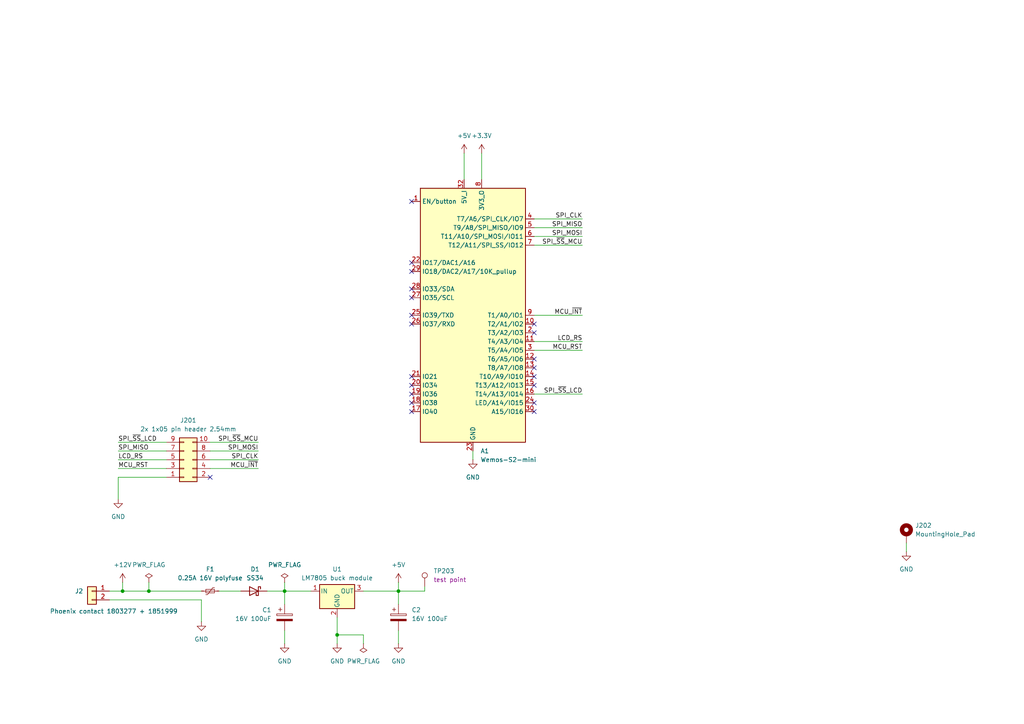
<source format=kicad_sch>
(kicad_sch
	(version 20231120)
	(generator "eeschema")
	(generator_version "8.0")
	(uuid "0782e487-6e4c-45a6-8508-70917a7ba14b")
	(paper "A4")
	(title_block
		(title "WiFi-2-OIP-UI")
		(date "2024-05-11")
		(rev "V1.0")
		(company "https://github.com/atoomnetmarc/WiFi-2-OIP-UI")
		(comment 1 "Apache License, Version 2.0")
	)
	(lib_symbols
		(symbol "Connector:TestPoint"
			(pin_numbers hide)
			(pin_names
				(offset 0.762) hide)
			(exclude_from_sim no)
			(in_bom yes)
			(on_board yes)
			(property "Reference" "TP"
				(at 0 6.858 0)
				(effects
					(font
						(size 1.27 1.27)
					)
				)
			)
			(property "Value" "TestPoint"
				(at 0 5.08 0)
				(effects
					(font
						(size 1.27 1.27)
					)
				)
			)
			(property "Footprint" ""
				(at 5.08 0 0)
				(effects
					(font
						(size 1.27 1.27)
					)
					(hide yes)
				)
			)
			(property "Datasheet" "~"
				(at 5.08 0 0)
				(effects
					(font
						(size 1.27 1.27)
					)
					(hide yes)
				)
			)
			(property "Description" "test point"
				(at 0 0 0)
				(effects
					(font
						(size 1.27 1.27)
					)
					(hide yes)
				)
			)
			(property "ki_keywords" "test point tp"
				(at 0 0 0)
				(effects
					(font
						(size 1.27 1.27)
					)
					(hide yes)
				)
			)
			(property "ki_fp_filters" "Pin* Test*"
				(at 0 0 0)
				(effects
					(font
						(size 1.27 1.27)
					)
					(hide yes)
				)
			)
			(symbol "TestPoint_0_1"
				(circle
					(center 0 3.302)
					(radius 0.762)
					(stroke
						(width 0)
						(type default)
					)
					(fill
						(type none)
					)
				)
			)
			(symbol "TestPoint_1_1"
				(pin passive line
					(at 0 0 90)
					(length 2.54)
					(name "1"
						(effects
							(font
								(size 1.27 1.27)
							)
						)
					)
					(number "1"
						(effects
							(font
								(size 1.27 1.27)
							)
						)
					)
				)
			)
		)
		(symbol "Connector_Generic:Conn_01x02"
			(pin_names
				(offset 1.016) hide)
			(exclude_from_sim no)
			(in_bom yes)
			(on_board yes)
			(property "Reference" "J"
				(at 0 2.54 0)
				(effects
					(font
						(size 1.27 1.27)
					)
				)
			)
			(property "Value" "Conn_01x02"
				(at 0 -5.08 0)
				(effects
					(font
						(size 1.27 1.27)
					)
				)
			)
			(property "Footprint" ""
				(at 0 0 0)
				(effects
					(font
						(size 1.27 1.27)
					)
					(hide yes)
				)
			)
			(property "Datasheet" "~"
				(at 0 0 0)
				(effects
					(font
						(size 1.27 1.27)
					)
					(hide yes)
				)
			)
			(property "Description" "Generic connector, single row, 01x02, script generated (kicad-library-utils/schlib/autogen/connector/)"
				(at 0 0 0)
				(effects
					(font
						(size 1.27 1.27)
					)
					(hide yes)
				)
			)
			(property "ki_keywords" "connector"
				(at 0 0 0)
				(effects
					(font
						(size 1.27 1.27)
					)
					(hide yes)
				)
			)
			(property "ki_fp_filters" "Connector*:*_1x??_*"
				(at 0 0 0)
				(effects
					(font
						(size 1.27 1.27)
					)
					(hide yes)
				)
			)
			(symbol "Conn_01x02_1_1"
				(rectangle
					(start -1.27 -2.413)
					(end 0 -2.667)
					(stroke
						(width 0.1524)
						(type default)
					)
					(fill
						(type none)
					)
				)
				(rectangle
					(start -1.27 0.127)
					(end 0 -0.127)
					(stroke
						(width 0.1524)
						(type default)
					)
					(fill
						(type none)
					)
				)
				(rectangle
					(start -1.27 1.27)
					(end 1.27 -3.81)
					(stroke
						(width 0.254)
						(type default)
					)
					(fill
						(type background)
					)
				)
				(pin passive line
					(at -5.08 0 0)
					(length 3.81)
					(name "Pin_1"
						(effects
							(font
								(size 1.27 1.27)
							)
						)
					)
					(number "1"
						(effects
							(font
								(size 1.27 1.27)
							)
						)
					)
				)
				(pin passive line
					(at -5.08 -2.54 0)
					(length 3.81)
					(name "Pin_2"
						(effects
							(font
								(size 1.27 1.27)
							)
						)
					)
					(number "2"
						(effects
							(font
								(size 1.27 1.27)
							)
						)
					)
				)
			)
		)
		(symbol "Connector_Generic:Conn_02x05_Odd_Even"
			(pin_names
				(offset 1.016) hide)
			(exclude_from_sim no)
			(in_bom yes)
			(on_board yes)
			(property "Reference" "J"
				(at 1.27 7.62 0)
				(effects
					(font
						(size 1.27 1.27)
					)
				)
			)
			(property "Value" "Conn_02x05_Odd_Even"
				(at 1.27 -7.62 0)
				(effects
					(font
						(size 1.27 1.27)
					)
				)
			)
			(property "Footprint" ""
				(at 0 0 0)
				(effects
					(font
						(size 1.27 1.27)
					)
					(hide yes)
				)
			)
			(property "Datasheet" "~"
				(at 0 0 0)
				(effects
					(font
						(size 1.27 1.27)
					)
					(hide yes)
				)
			)
			(property "Description" "Generic connector, double row, 02x05, odd/even pin numbering scheme (row 1 odd numbers, row 2 even numbers), script generated (kicad-library-utils/schlib/autogen/connector/)"
				(at 0 0 0)
				(effects
					(font
						(size 1.27 1.27)
					)
					(hide yes)
				)
			)
			(property "ki_keywords" "connector"
				(at 0 0 0)
				(effects
					(font
						(size 1.27 1.27)
					)
					(hide yes)
				)
			)
			(property "ki_fp_filters" "Connector*:*_2x??_*"
				(at 0 0 0)
				(effects
					(font
						(size 1.27 1.27)
					)
					(hide yes)
				)
			)
			(symbol "Conn_02x05_Odd_Even_1_1"
				(rectangle
					(start -1.27 -4.953)
					(end 0 -5.207)
					(stroke
						(width 0.1524)
						(type default)
					)
					(fill
						(type none)
					)
				)
				(rectangle
					(start -1.27 -2.413)
					(end 0 -2.667)
					(stroke
						(width 0.1524)
						(type default)
					)
					(fill
						(type none)
					)
				)
				(rectangle
					(start -1.27 0.127)
					(end 0 -0.127)
					(stroke
						(width 0.1524)
						(type default)
					)
					(fill
						(type none)
					)
				)
				(rectangle
					(start -1.27 2.667)
					(end 0 2.413)
					(stroke
						(width 0.1524)
						(type default)
					)
					(fill
						(type none)
					)
				)
				(rectangle
					(start -1.27 5.207)
					(end 0 4.953)
					(stroke
						(width 0.1524)
						(type default)
					)
					(fill
						(type none)
					)
				)
				(rectangle
					(start -1.27 6.35)
					(end 3.81 -6.35)
					(stroke
						(width 0.254)
						(type default)
					)
					(fill
						(type background)
					)
				)
				(rectangle
					(start 3.81 -4.953)
					(end 2.54 -5.207)
					(stroke
						(width 0.1524)
						(type default)
					)
					(fill
						(type none)
					)
				)
				(rectangle
					(start 3.81 -2.413)
					(end 2.54 -2.667)
					(stroke
						(width 0.1524)
						(type default)
					)
					(fill
						(type none)
					)
				)
				(rectangle
					(start 3.81 0.127)
					(end 2.54 -0.127)
					(stroke
						(width 0.1524)
						(type default)
					)
					(fill
						(type none)
					)
				)
				(rectangle
					(start 3.81 2.667)
					(end 2.54 2.413)
					(stroke
						(width 0.1524)
						(type default)
					)
					(fill
						(type none)
					)
				)
				(rectangle
					(start 3.81 5.207)
					(end 2.54 4.953)
					(stroke
						(width 0.1524)
						(type default)
					)
					(fill
						(type none)
					)
				)
				(pin passive line
					(at -5.08 5.08 0)
					(length 3.81)
					(name "Pin_1"
						(effects
							(font
								(size 1.27 1.27)
							)
						)
					)
					(number "1"
						(effects
							(font
								(size 1.27 1.27)
							)
						)
					)
				)
				(pin passive line
					(at 7.62 -5.08 180)
					(length 3.81)
					(name "Pin_10"
						(effects
							(font
								(size 1.27 1.27)
							)
						)
					)
					(number "10"
						(effects
							(font
								(size 1.27 1.27)
							)
						)
					)
				)
				(pin passive line
					(at 7.62 5.08 180)
					(length 3.81)
					(name "Pin_2"
						(effects
							(font
								(size 1.27 1.27)
							)
						)
					)
					(number "2"
						(effects
							(font
								(size 1.27 1.27)
							)
						)
					)
				)
				(pin passive line
					(at -5.08 2.54 0)
					(length 3.81)
					(name "Pin_3"
						(effects
							(font
								(size 1.27 1.27)
							)
						)
					)
					(number "3"
						(effects
							(font
								(size 1.27 1.27)
							)
						)
					)
				)
				(pin passive line
					(at 7.62 2.54 180)
					(length 3.81)
					(name "Pin_4"
						(effects
							(font
								(size 1.27 1.27)
							)
						)
					)
					(number "4"
						(effects
							(font
								(size 1.27 1.27)
							)
						)
					)
				)
				(pin passive line
					(at -5.08 0 0)
					(length 3.81)
					(name "Pin_5"
						(effects
							(font
								(size 1.27 1.27)
							)
						)
					)
					(number "5"
						(effects
							(font
								(size 1.27 1.27)
							)
						)
					)
				)
				(pin passive line
					(at 7.62 0 180)
					(length 3.81)
					(name "Pin_6"
						(effects
							(font
								(size 1.27 1.27)
							)
						)
					)
					(number "6"
						(effects
							(font
								(size 1.27 1.27)
							)
						)
					)
				)
				(pin passive line
					(at -5.08 -2.54 0)
					(length 3.81)
					(name "Pin_7"
						(effects
							(font
								(size 1.27 1.27)
							)
						)
					)
					(number "7"
						(effects
							(font
								(size 1.27 1.27)
							)
						)
					)
				)
				(pin passive line
					(at 7.62 -2.54 180)
					(length 3.81)
					(name "Pin_8"
						(effects
							(font
								(size 1.27 1.27)
							)
						)
					)
					(number "8"
						(effects
							(font
								(size 1.27 1.27)
							)
						)
					)
				)
				(pin passive line
					(at -5.08 -5.08 0)
					(length 3.81)
					(name "Pin_9"
						(effects
							(font
								(size 1.27 1.27)
							)
						)
					)
					(number "9"
						(effects
							(font
								(size 1.27 1.27)
							)
						)
					)
				)
			)
		)
		(symbol "Device:C_Polarized"
			(pin_numbers hide)
			(pin_names
				(offset 0.254)
			)
			(exclude_from_sim no)
			(in_bom yes)
			(on_board yes)
			(property "Reference" "C"
				(at 0.635 2.54 0)
				(effects
					(font
						(size 1.27 1.27)
					)
					(justify left)
				)
			)
			(property "Value" "C_Polarized"
				(at 0.635 -2.54 0)
				(effects
					(font
						(size 1.27 1.27)
					)
					(justify left)
				)
			)
			(property "Footprint" ""
				(at 0.9652 -3.81 0)
				(effects
					(font
						(size 1.27 1.27)
					)
					(hide yes)
				)
			)
			(property "Datasheet" "~"
				(at 0 0 0)
				(effects
					(font
						(size 1.27 1.27)
					)
					(hide yes)
				)
			)
			(property "Description" "Polarized capacitor"
				(at 0 0 0)
				(effects
					(font
						(size 1.27 1.27)
					)
					(hide yes)
				)
			)
			(property "ki_keywords" "cap capacitor"
				(at 0 0 0)
				(effects
					(font
						(size 1.27 1.27)
					)
					(hide yes)
				)
			)
			(property "ki_fp_filters" "CP_*"
				(at 0 0 0)
				(effects
					(font
						(size 1.27 1.27)
					)
					(hide yes)
				)
			)
			(symbol "C_Polarized_0_1"
				(rectangle
					(start -2.286 0.508)
					(end 2.286 1.016)
					(stroke
						(width 0)
						(type default)
					)
					(fill
						(type none)
					)
				)
				(polyline
					(pts
						(xy -1.778 2.286) (xy -0.762 2.286)
					)
					(stroke
						(width 0)
						(type default)
					)
					(fill
						(type none)
					)
				)
				(polyline
					(pts
						(xy -1.27 2.794) (xy -1.27 1.778)
					)
					(stroke
						(width 0)
						(type default)
					)
					(fill
						(type none)
					)
				)
				(rectangle
					(start 2.286 -0.508)
					(end -2.286 -1.016)
					(stroke
						(width 0)
						(type default)
					)
					(fill
						(type outline)
					)
				)
			)
			(symbol "C_Polarized_1_1"
				(pin passive line
					(at 0 3.81 270)
					(length 2.794)
					(name "~"
						(effects
							(font
								(size 1.27 1.27)
							)
						)
					)
					(number "1"
						(effects
							(font
								(size 1.27 1.27)
							)
						)
					)
				)
				(pin passive line
					(at 0 -3.81 90)
					(length 2.794)
					(name "~"
						(effects
							(font
								(size 1.27 1.27)
							)
						)
					)
					(number "2"
						(effects
							(font
								(size 1.27 1.27)
							)
						)
					)
				)
			)
		)
		(symbol "Device:D_Schottky"
			(pin_numbers hide)
			(pin_names
				(offset 1.016) hide)
			(exclude_from_sim no)
			(in_bom yes)
			(on_board yes)
			(property "Reference" "D"
				(at 0 2.54 0)
				(effects
					(font
						(size 1.27 1.27)
					)
				)
			)
			(property "Value" "D_Schottky"
				(at 0 -2.54 0)
				(effects
					(font
						(size 1.27 1.27)
					)
				)
			)
			(property "Footprint" ""
				(at 0 0 0)
				(effects
					(font
						(size 1.27 1.27)
					)
					(hide yes)
				)
			)
			(property "Datasheet" "~"
				(at 0 0 0)
				(effects
					(font
						(size 1.27 1.27)
					)
					(hide yes)
				)
			)
			(property "Description" "Schottky diode"
				(at 0 0 0)
				(effects
					(font
						(size 1.27 1.27)
					)
					(hide yes)
				)
			)
			(property "ki_keywords" "diode Schottky"
				(at 0 0 0)
				(effects
					(font
						(size 1.27 1.27)
					)
					(hide yes)
				)
			)
			(property "ki_fp_filters" "TO-???* *_Diode_* *SingleDiode* D_*"
				(at 0 0 0)
				(effects
					(font
						(size 1.27 1.27)
					)
					(hide yes)
				)
			)
			(symbol "D_Schottky_0_1"
				(polyline
					(pts
						(xy 1.27 0) (xy -1.27 0)
					)
					(stroke
						(width 0)
						(type default)
					)
					(fill
						(type none)
					)
				)
				(polyline
					(pts
						(xy 1.27 1.27) (xy 1.27 -1.27) (xy -1.27 0) (xy 1.27 1.27)
					)
					(stroke
						(width 0.254)
						(type default)
					)
					(fill
						(type none)
					)
				)
				(polyline
					(pts
						(xy -1.905 0.635) (xy -1.905 1.27) (xy -1.27 1.27) (xy -1.27 -1.27) (xy -0.635 -1.27) (xy -0.635 -0.635)
					)
					(stroke
						(width 0.254)
						(type default)
					)
					(fill
						(type none)
					)
				)
			)
			(symbol "D_Schottky_1_1"
				(pin passive line
					(at -3.81 0 0)
					(length 2.54)
					(name "K"
						(effects
							(font
								(size 1.27 1.27)
							)
						)
					)
					(number "1"
						(effects
							(font
								(size 1.27 1.27)
							)
						)
					)
				)
				(pin passive line
					(at 3.81 0 180)
					(length 2.54)
					(name "A"
						(effects
							(font
								(size 1.27 1.27)
							)
						)
					)
					(number "2"
						(effects
							(font
								(size 1.27 1.27)
							)
						)
					)
				)
			)
		)
		(symbol "Device:Polyfuse_Small"
			(pin_numbers hide)
			(pin_names
				(offset 0)
			)
			(exclude_from_sim no)
			(in_bom yes)
			(on_board yes)
			(property "Reference" "F"
				(at -1.905 0 90)
				(effects
					(font
						(size 1.27 1.27)
					)
				)
			)
			(property "Value" "Polyfuse_Small"
				(at 1.905 0 90)
				(effects
					(font
						(size 1.27 1.27)
					)
				)
			)
			(property "Footprint" ""
				(at 1.27 -5.08 0)
				(effects
					(font
						(size 1.27 1.27)
					)
					(justify left)
					(hide yes)
				)
			)
			(property "Datasheet" "~"
				(at 0 0 0)
				(effects
					(font
						(size 1.27 1.27)
					)
					(hide yes)
				)
			)
			(property "Description" "Resettable fuse, polymeric positive temperature coefficient, small symbol"
				(at 0 0 0)
				(effects
					(font
						(size 1.27 1.27)
					)
					(hide yes)
				)
			)
			(property "ki_keywords" "resettable fuse PTC PPTC polyfuse polyswitch"
				(at 0 0 0)
				(effects
					(font
						(size 1.27 1.27)
					)
					(hide yes)
				)
			)
			(property "ki_fp_filters" "*polyfuse* *PTC*"
				(at 0 0 0)
				(effects
					(font
						(size 1.27 1.27)
					)
					(hide yes)
				)
			)
			(symbol "Polyfuse_Small_0_1"
				(rectangle
					(start -0.508 1.27)
					(end 0.508 -1.27)
					(stroke
						(width 0)
						(type default)
					)
					(fill
						(type none)
					)
				)
				(polyline
					(pts
						(xy 0 2.54) (xy 0 -2.54)
					)
					(stroke
						(width 0)
						(type default)
					)
					(fill
						(type none)
					)
				)
				(polyline
					(pts
						(xy -1.016 1.27) (xy -1.016 0.762) (xy 1.016 -0.762) (xy 1.016 -1.27)
					)
					(stroke
						(width 0)
						(type default)
					)
					(fill
						(type none)
					)
				)
			)
			(symbol "Polyfuse_Small_1_1"
				(pin passive line
					(at 0 2.54 270)
					(length 0.635)
					(name "~"
						(effects
							(font
								(size 1.27 1.27)
							)
						)
					)
					(number "1"
						(effects
							(font
								(size 1.27 1.27)
							)
						)
					)
				)
				(pin passive line
					(at 0 -2.54 90)
					(length 0.635)
					(name "~"
						(effects
							(font
								(size 1.27 1.27)
							)
						)
					)
					(number "2"
						(effects
							(font
								(size 1.27 1.27)
							)
						)
					)
				)
			)
		)
		(symbol "MCU_Module-extra:Wemos-S2-mini"
			(exclude_from_sim no)
			(in_bom yes)
			(on_board yes)
			(property "Reference" "A"
				(at -12.7 31.75 0)
				(effects
					(font
						(size 1.27 1.27)
					)
					(justify left)
				)
			)
			(property "Value" "Wemos-S2-mini"
				(at 3.81 31.75 0)
				(effects
					(font
						(size 1.27 1.27)
					)
					(justify left)
				)
			)
			(property "Footprint" "Module-extra:Wemos-S2-mini"
				(at 0 -54.61 0)
				(effects
					(font
						(size 1.27 1.27)
					)
					(hide yes)
				)
			)
			(property "Datasheet" "https://www.wemos.cc/en/latest/s2/s2_mini.html"
				(at -1.905 -2.54 0)
				(effects
					(font
						(size 1.27 1.27)
					)
					(hide yes)
				)
			)
			(property "Description" "RF Module, ESP32-S2FN4R2, Wi-Fi, onboard antenna, SMD"
				(at 0 0 0)
				(effects
					(font
						(size 1.27 1.27)
					)
					(hide yes)
				)
			)
			(property "ki_keywords" "RF Radio ESP ESP32 Espressif onboard PCB antenna"
				(at 0 0 0)
				(effects
					(font
						(size 1.27 1.27)
					)
					(hide yes)
				)
			)
			(property "ki_fp_filters" "ESP32?WROOM?32*"
				(at 0 0 0)
				(effects
					(font
						(size 1.27 1.27)
					)
					(hide yes)
				)
			)
			(symbol "Wemos-S2-mini_0_1"
				(rectangle
					(start -15.24 30.48)
					(end 15.24 -43.18)
					(stroke
						(width 0.254)
						(type default)
					)
					(fill
						(type background)
					)
				)
			)
			(symbol "Wemos-S2-mini_1_1"
				(pin input line
					(at -17.78 26.67 0)
					(length 2.54)
					(name "EN/button"
						(effects
							(font
								(size 1.27 1.27)
							)
						)
					)
					(number "1"
						(effects
							(font
								(size 1.27 1.27)
							)
						)
					)
				)
				(pin bidirectional line
					(at 17.78 -8.89 180)
					(length 2.54)
					(name "T2/A1/IO2"
						(effects
							(font
								(size 1.27 1.27)
							)
						)
					)
					(number "10"
						(effects
							(font
								(size 1.27 1.27)
							)
						)
					)
				)
				(pin bidirectional line
					(at 17.78 -13.97 180)
					(length 2.54)
					(name "T4/A3/IO4"
						(effects
							(font
								(size 1.27 1.27)
							)
						)
					)
					(number "11"
						(effects
							(font
								(size 1.27 1.27)
							)
						)
					)
				)
				(pin bidirectional line
					(at 17.78 -19.05 180)
					(length 2.54)
					(name "T6/A5/IO6"
						(effects
							(font
								(size 1.27 1.27)
							)
						)
					)
					(number "12"
						(effects
							(font
								(size 1.27 1.27)
							)
						)
					)
				)
				(pin bidirectional line
					(at 17.78 -21.59 180)
					(length 2.54)
					(name "T8/A7/IO8"
						(effects
							(font
								(size 1.27 1.27)
							)
						)
					)
					(number "13"
						(effects
							(font
								(size 1.27 1.27)
							)
						)
					)
				)
				(pin bidirectional line
					(at 17.78 -24.13 180)
					(length 2.54)
					(name "T10/A9/IO10"
						(effects
							(font
								(size 1.27 1.27)
							)
						)
					)
					(number "14"
						(effects
							(font
								(size 1.27 1.27)
							)
						)
					)
				)
				(pin bidirectional line
					(at 17.78 -26.67 180)
					(length 2.54)
					(name "T13/A12/IO13"
						(effects
							(font
								(size 1.27 1.27)
							)
						)
					)
					(number "15"
						(effects
							(font
								(size 1.27 1.27)
							)
						)
					)
				)
				(pin bidirectional line
					(at 17.78 -29.21 180)
					(length 2.54)
					(name "T14/A13/IO14"
						(effects
							(font
								(size 1.27 1.27)
							)
						)
					)
					(number "16"
						(effects
							(font
								(size 1.27 1.27)
							)
						)
					)
				)
				(pin bidirectional line
					(at -17.78 -34.29 0)
					(length 2.54)
					(name "IO40"
						(effects
							(font
								(size 1.27 1.27)
							)
						)
					)
					(number "17"
						(effects
							(font
								(size 1.27 1.27)
							)
						)
					)
				)
				(pin bidirectional line
					(at -17.78 -31.75 0)
					(length 2.54)
					(name "IO38"
						(effects
							(font
								(size 1.27 1.27)
							)
						)
					)
					(number "18"
						(effects
							(font
								(size 1.27 1.27)
							)
						)
					)
				)
				(pin bidirectional line
					(at -17.78 -29.21 0)
					(length 2.54)
					(name "IO36"
						(effects
							(font
								(size 1.27 1.27)
							)
						)
					)
					(number "19"
						(effects
							(font
								(size 1.27 1.27)
							)
						)
					)
				)
				(pin bidirectional line
					(at 17.78 -11.43 180)
					(length 2.54)
					(name "T3/A2/IO3"
						(effects
							(font
								(size 1.27 1.27)
							)
						)
					)
					(number "2"
						(effects
							(font
								(size 1.27 1.27)
							)
						)
					)
				)
				(pin bidirectional line
					(at -17.78 -26.67 0)
					(length 2.54)
					(name "IO34"
						(effects
							(font
								(size 1.27 1.27)
							)
						)
					)
					(number "20"
						(effects
							(font
								(size 1.27 1.27)
							)
						)
					)
				)
				(pin bidirectional line
					(at -17.78 -24.13 0)
					(length 2.54)
					(name "IO21"
						(effects
							(font
								(size 1.27 1.27)
							)
						)
					)
					(number "21"
						(effects
							(font
								(size 1.27 1.27)
							)
						)
					)
				)
				(pin bidirectional line
					(at -17.78 8.89 0)
					(length 2.54)
					(name "IO17/DAC1/A16"
						(effects
							(font
								(size 1.27 1.27)
							)
						)
					)
					(number "22"
						(effects
							(font
								(size 1.27 1.27)
							)
						)
					)
				)
				(pin power_in line
					(at 0 -45.72 90)
					(length 2.54)
					(name "GND"
						(effects
							(font
								(size 1.27 1.27)
							)
						)
					)
					(number "23"
						(effects
							(font
								(size 1.27 1.27)
							)
						)
					)
				)
				(pin bidirectional line
					(at 17.78 -31.75 180)
					(length 2.54)
					(name "LED/A14/IO15"
						(effects
							(font
								(size 1.27 1.27)
							)
						)
					)
					(number "24"
						(effects
							(font
								(size 1.27 1.27)
							)
						)
					)
				)
				(pin bidirectional line
					(at -17.78 -6.35 0)
					(length 2.54)
					(name "IO39/TXD"
						(effects
							(font
								(size 1.27 1.27)
							)
						)
					)
					(number "25"
						(effects
							(font
								(size 1.27 1.27)
							)
						)
					)
				)
				(pin bidirectional line
					(at -17.78 -8.89 0)
					(length 2.54)
					(name "IO37/RXD"
						(effects
							(font
								(size 1.27 1.27)
							)
						)
					)
					(number "26"
						(effects
							(font
								(size 1.27 1.27)
							)
						)
					)
				)
				(pin bidirectional line
					(at -17.78 -1.27 0)
					(length 2.54)
					(name "IO35/SCL"
						(effects
							(font
								(size 1.27 1.27)
							)
						)
					)
					(number "27"
						(effects
							(font
								(size 1.27 1.27)
							)
						)
					)
				)
				(pin bidirectional line
					(at -17.78 1.27 0)
					(length 2.54)
					(name "IO33/SDA"
						(effects
							(font
								(size 1.27 1.27)
							)
						)
					)
					(number "28"
						(effects
							(font
								(size 1.27 1.27)
							)
						)
					)
				)
				(pin bidirectional line
					(at -17.78 6.35 0)
					(length 2.54)
					(name "IO18/DAC2/A17/10K_pullup"
						(effects
							(font
								(size 1.27 1.27)
							)
						)
					)
					(number "29"
						(effects
							(font
								(size 1.27 1.27)
							)
						)
					)
				)
				(pin bidirectional line
					(at 17.78 -16.51 180)
					(length 2.54)
					(name "T5/A4/IO5"
						(effects
							(font
								(size 1.27 1.27)
							)
						)
					)
					(number "3"
						(effects
							(font
								(size 1.27 1.27)
							)
						)
					)
				)
				(pin bidirectional line
					(at 17.78 -34.29 180)
					(length 2.54)
					(name "A15/IO16"
						(effects
							(font
								(size 1.27 1.27)
							)
						)
					)
					(number "30"
						(effects
							(font
								(size 1.27 1.27)
							)
						)
					)
				)
				(pin passive line
					(at 0 -45.72 90)
					(length 2.54) hide
					(name "GND"
						(effects
							(font
								(size 1.27 1.27)
							)
						)
					)
					(number "31"
						(effects
							(font
								(size 1.27 1.27)
							)
						)
					)
				)
				(pin passive line
					(at -2.54 33.02 270)
					(length 2.54)
					(name "5V_I"
						(effects
							(font
								(size 1.27 1.27)
							)
						)
					)
					(number "32"
						(effects
							(font
								(size 1.27 1.27)
							)
						)
					)
				)
				(pin bidirectional line
					(at 17.78 21.59 180)
					(length 2.54)
					(name "T7/A6/SPI_CLK/IO7"
						(effects
							(font
								(size 1.27 1.27)
							)
						)
					)
					(number "4"
						(effects
							(font
								(size 1.27 1.27)
							)
						)
					)
				)
				(pin bidirectional line
					(at 17.78 19.05 180)
					(length 2.54)
					(name "T9/A8/SPI_MISO/IO9"
						(effects
							(font
								(size 1.27 1.27)
							)
						)
					)
					(number "5"
						(effects
							(font
								(size 1.27 1.27)
							)
						)
					)
				)
				(pin bidirectional line
					(at 17.78 16.51 180)
					(length 2.54)
					(name "T11/A10/SPI_MOSI/IO11"
						(effects
							(font
								(size 1.27 1.27)
							)
						)
					)
					(number "6"
						(effects
							(font
								(size 1.27 1.27)
							)
						)
					)
				)
				(pin bidirectional line
					(at 17.78 13.97 180)
					(length 2.54)
					(name "T12/A11/SPI_SS/IO12"
						(effects
							(font
								(size 1.27 1.27)
							)
						)
					)
					(number "7"
						(effects
							(font
								(size 1.27 1.27)
							)
						)
					)
				)
				(pin power_out line
					(at 2.54 33.02 270)
					(length 2.54)
					(name "3V3_O"
						(effects
							(font
								(size 1.27 1.27)
							)
						)
					)
					(number "8"
						(effects
							(font
								(size 1.27 1.27)
							)
						)
					)
				)
				(pin bidirectional line
					(at 17.78 -6.35 180)
					(length 2.54)
					(name "T1/A0/IO1"
						(effects
							(font
								(size 1.27 1.27)
							)
						)
					)
					(number "9"
						(effects
							(font
								(size 1.27 1.27)
							)
						)
					)
				)
			)
		)
		(symbol "Mechanical:MountingHole_Pad"
			(pin_numbers hide)
			(pin_names
				(offset 1.016) hide)
			(exclude_from_sim yes)
			(in_bom no)
			(on_board yes)
			(property "Reference" "H"
				(at 0 6.35 0)
				(effects
					(font
						(size 1.27 1.27)
					)
				)
			)
			(property "Value" "MountingHole_Pad"
				(at 0 4.445 0)
				(effects
					(font
						(size 1.27 1.27)
					)
				)
			)
			(property "Footprint" ""
				(at 0 0 0)
				(effects
					(font
						(size 1.27 1.27)
					)
					(hide yes)
				)
			)
			(property "Datasheet" "~"
				(at 0 0 0)
				(effects
					(font
						(size 1.27 1.27)
					)
					(hide yes)
				)
			)
			(property "Description" "Mounting Hole with connection"
				(at 0 0 0)
				(effects
					(font
						(size 1.27 1.27)
					)
					(hide yes)
				)
			)
			(property "ki_keywords" "mounting hole"
				(at 0 0 0)
				(effects
					(font
						(size 1.27 1.27)
					)
					(hide yes)
				)
			)
			(property "ki_fp_filters" "MountingHole*Pad*"
				(at 0 0 0)
				(effects
					(font
						(size 1.27 1.27)
					)
					(hide yes)
				)
			)
			(symbol "MountingHole_Pad_0_1"
				(circle
					(center 0 1.27)
					(radius 1.27)
					(stroke
						(width 1.27)
						(type default)
					)
					(fill
						(type none)
					)
				)
			)
			(symbol "MountingHole_Pad_1_1"
				(pin input line
					(at 0 -2.54 90)
					(length 2.54)
					(name "1"
						(effects
							(font
								(size 1.27 1.27)
							)
						)
					)
					(number "1"
						(effects
							(font
								(size 1.27 1.27)
							)
						)
					)
				)
			)
		)
		(symbol "Regulator_Linear:L7805"
			(pin_names
				(offset 0.254)
			)
			(exclude_from_sim no)
			(in_bom yes)
			(on_board yes)
			(property "Reference" "U"
				(at -3.81 3.175 0)
				(effects
					(font
						(size 1.27 1.27)
					)
				)
			)
			(property "Value" "L7805"
				(at 0 3.175 0)
				(effects
					(font
						(size 1.27 1.27)
					)
					(justify left)
				)
			)
			(property "Footprint" ""
				(at 0.635 -3.81 0)
				(effects
					(font
						(size 1.27 1.27)
						(italic yes)
					)
					(justify left)
					(hide yes)
				)
			)
			(property "Datasheet" "http://www.st.com/content/ccc/resource/technical/document/datasheet/41/4f/b3/b0/12/d4/47/88/CD00000444.pdf/files/CD00000444.pdf/jcr:content/translations/en.CD00000444.pdf"
				(at 0 -1.27 0)
				(effects
					(font
						(size 1.27 1.27)
					)
					(hide yes)
				)
			)
			(property "Description" "Positive 1.5A 35V Linear Regulator, Fixed Output 5V, TO-220/TO-263/TO-252"
				(at 0 0 0)
				(effects
					(font
						(size 1.27 1.27)
					)
					(hide yes)
				)
			)
			(property "ki_keywords" "Voltage Regulator 1.5A Positive"
				(at 0 0 0)
				(effects
					(font
						(size 1.27 1.27)
					)
					(hide yes)
				)
			)
			(property "ki_fp_filters" "TO?252* TO?263* TO?220*"
				(at 0 0 0)
				(effects
					(font
						(size 1.27 1.27)
					)
					(hide yes)
				)
			)
			(symbol "L7805_0_1"
				(rectangle
					(start -5.08 1.905)
					(end 5.08 -5.08)
					(stroke
						(width 0.254)
						(type default)
					)
					(fill
						(type background)
					)
				)
			)
			(symbol "L7805_1_1"
				(pin power_in line
					(at -7.62 0 0)
					(length 2.54)
					(name "IN"
						(effects
							(font
								(size 1.27 1.27)
							)
						)
					)
					(number "1"
						(effects
							(font
								(size 1.27 1.27)
							)
						)
					)
				)
				(pin power_in line
					(at 0 -7.62 90)
					(length 2.54)
					(name "GND"
						(effects
							(font
								(size 1.27 1.27)
							)
						)
					)
					(number "2"
						(effects
							(font
								(size 1.27 1.27)
							)
						)
					)
				)
				(pin power_out line
					(at 7.62 0 180)
					(length 2.54)
					(name "OUT"
						(effects
							(font
								(size 1.27 1.27)
							)
						)
					)
					(number "3"
						(effects
							(font
								(size 1.27 1.27)
							)
						)
					)
				)
			)
		)
		(symbol "power:+12V"
			(power)
			(pin_numbers hide)
			(pin_names
				(offset 0) hide)
			(exclude_from_sim no)
			(in_bom yes)
			(on_board yes)
			(property "Reference" "#PWR"
				(at 0 -3.81 0)
				(effects
					(font
						(size 1.27 1.27)
					)
					(hide yes)
				)
			)
			(property "Value" "+12V"
				(at 0 3.556 0)
				(effects
					(font
						(size 1.27 1.27)
					)
				)
			)
			(property "Footprint" ""
				(at 0 0 0)
				(effects
					(font
						(size 1.27 1.27)
					)
					(hide yes)
				)
			)
			(property "Datasheet" ""
				(at 0 0 0)
				(effects
					(font
						(size 1.27 1.27)
					)
					(hide yes)
				)
			)
			(property "Description" "Power symbol creates a global label with name \"+12V\""
				(at 0 0 0)
				(effects
					(font
						(size 1.27 1.27)
					)
					(hide yes)
				)
			)
			(property "ki_keywords" "global power"
				(at 0 0 0)
				(effects
					(font
						(size 1.27 1.27)
					)
					(hide yes)
				)
			)
			(symbol "+12V_0_1"
				(polyline
					(pts
						(xy -0.762 1.27) (xy 0 2.54)
					)
					(stroke
						(width 0)
						(type default)
					)
					(fill
						(type none)
					)
				)
				(polyline
					(pts
						(xy 0 0) (xy 0 2.54)
					)
					(stroke
						(width 0)
						(type default)
					)
					(fill
						(type none)
					)
				)
				(polyline
					(pts
						(xy 0 2.54) (xy 0.762 1.27)
					)
					(stroke
						(width 0)
						(type default)
					)
					(fill
						(type none)
					)
				)
			)
			(symbol "+12V_1_1"
				(pin power_in line
					(at 0 0 90)
					(length 0)
					(name "~"
						(effects
							(font
								(size 1.27 1.27)
							)
						)
					)
					(number "1"
						(effects
							(font
								(size 1.27 1.27)
							)
						)
					)
				)
			)
		)
		(symbol "power:+3.3V"
			(power)
			(pin_numbers hide)
			(pin_names
				(offset 0) hide)
			(exclude_from_sim no)
			(in_bom yes)
			(on_board yes)
			(property "Reference" "#PWR"
				(at 0 -3.81 0)
				(effects
					(font
						(size 1.27 1.27)
					)
					(hide yes)
				)
			)
			(property "Value" "+3.3V"
				(at 0 3.556 0)
				(effects
					(font
						(size 1.27 1.27)
					)
				)
			)
			(property "Footprint" ""
				(at 0 0 0)
				(effects
					(font
						(size 1.27 1.27)
					)
					(hide yes)
				)
			)
			(property "Datasheet" ""
				(at 0 0 0)
				(effects
					(font
						(size 1.27 1.27)
					)
					(hide yes)
				)
			)
			(property "Description" "Power symbol creates a global label with name \"+3.3V\""
				(at 0 0 0)
				(effects
					(font
						(size 1.27 1.27)
					)
					(hide yes)
				)
			)
			(property "ki_keywords" "global power"
				(at 0 0 0)
				(effects
					(font
						(size 1.27 1.27)
					)
					(hide yes)
				)
			)
			(symbol "+3.3V_0_1"
				(polyline
					(pts
						(xy -0.762 1.27) (xy 0 2.54)
					)
					(stroke
						(width 0)
						(type default)
					)
					(fill
						(type none)
					)
				)
				(polyline
					(pts
						(xy 0 0) (xy 0 2.54)
					)
					(stroke
						(width 0)
						(type default)
					)
					(fill
						(type none)
					)
				)
				(polyline
					(pts
						(xy 0 2.54) (xy 0.762 1.27)
					)
					(stroke
						(width 0)
						(type default)
					)
					(fill
						(type none)
					)
				)
			)
			(symbol "+3.3V_1_1"
				(pin power_in line
					(at 0 0 90)
					(length 0)
					(name "~"
						(effects
							(font
								(size 1.27 1.27)
							)
						)
					)
					(number "1"
						(effects
							(font
								(size 1.27 1.27)
							)
						)
					)
				)
			)
		)
		(symbol "power:+5V"
			(power)
			(pin_numbers hide)
			(pin_names
				(offset 0) hide)
			(exclude_from_sim no)
			(in_bom yes)
			(on_board yes)
			(property "Reference" "#PWR"
				(at 0 -3.81 0)
				(effects
					(font
						(size 1.27 1.27)
					)
					(hide yes)
				)
			)
			(property "Value" "+5V"
				(at 0 3.556 0)
				(effects
					(font
						(size 1.27 1.27)
					)
				)
			)
			(property "Footprint" ""
				(at 0 0 0)
				(effects
					(font
						(size 1.27 1.27)
					)
					(hide yes)
				)
			)
			(property "Datasheet" ""
				(at 0 0 0)
				(effects
					(font
						(size 1.27 1.27)
					)
					(hide yes)
				)
			)
			(property "Description" "Power symbol creates a global label with name \"+5V\""
				(at 0 0 0)
				(effects
					(font
						(size 1.27 1.27)
					)
					(hide yes)
				)
			)
			(property "ki_keywords" "global power"
				(at 0 0 0)
				(effects
					(font
						(size 1.27 1.27)
					)
					(hide yes)
				)
			)
			(symbol "+5V_0_1"
				(polyline
					(pts
						(xy -0.762 1.27) (xy 0 2.54)
					)
					(stroke
						(width 0)
						(type default)
					)
					(fill
						(type none)
					)
				)
				(polyline
					(pts
						(xy 0 0) (xy 0 2.54)
					)
					(stroke
						(width 0)
						(type default)
					)
					(fill
						(type none)
					)
				)
				(polyline
					(pts
						(xy 0 2.54) (xy 0.762 1.27)
					)
					(stroke
						(width 0)
						(type default)
					)
					(fill
						(type none)
					)
				)
			)
			(symbol "+5V_1_1"
				(pin power_in line
					(at 0 0 90)
					(length 0)
					(name "~"
						(effects
							(font
								(size 1.27 1.27)
							)
						)
					)
					(number "1"
						(effects
							(font
								(size 1.27 1.27)
							)
						)
					)
				)
			)
		)
		(symbol "power:GND"
			(power)
			(pin_numbers hide)
			(pin_names
				(offset 0) hide)
			(exclude_from_sim no)
			(in_bom yes)
			(on_board yes)
			(property "Reference" "#PWR"
				(at 0 -6.35 0)
				(effects
					(font
						(size 1.27 1.27)
					)
					(hide yes)
				)
			)
			(property "Value" "GND"
				(at 0 -3.81 0)
				(effects
					(font
						(size 1.27 1.27)
					)
				)
			)
			(property "Footprint" ""
				(at 0 0 0)
				(effects
					(font
						(size 1.27 1.27)
					)
					(hide yes)
				)
			)
			(property "Datasheet" ""
				(at 0 0 0)
				(effects
					(font
						(size 1.27 1.27)
					)
					(hide yes)
				)
			)
			(property "Description" "Power symbol creates a global label with name \"GND\" , ground"
				(at 0 0 0)
				(effects
					(font
						(size 1.27 1.27)
					)
					(hide yes)
				)
			)
			(property "ki_keywords" "global power"
				(at 0 0 0)
				(effects
					(font
						(size 1.27 1.27)
					)
					(hide yes)
				)
			)
			(symbol "GND_0_1"
				(polyline
					(pts
						(xy 0 0) (xy 0 -1.27) (xy 1.27 -1.27) (xy 0 -2.54) (xy -1.27 -1.27) (xy 0 -1.27)
					)
					(stroke
						(width 0)
						(type default)
					)
					(fill
						(type none)
					)
				)
			)
			(symbol "GND_1_1"
				(pin power_in line
					(at 0 0 270)
					(length 0)
					(name "~"
						(effects
							(font
								(size 1.27 1.27)
							)
						)
					)
					(number "1"
						(effects
							(font
								(size 1.27 1.27)
							)
						)
					)
				)
			)
		)
		(symbol "power:PWR_FLAG"
			(power)
			(pin_numbers hide)
			(pin_names
				(offset 0) hide)
			(exclude_from_sim no)
			(in_bom yes)
			(on_board yes)
			(property "Reference" "#FLG"
				(at 0 1.905 0)
				(effects
					(font
						(size 1.27 1.27)
					)
					(hide yes)
				)
			)
			(property "Value" "PWR_FLAG"
				(at 0 3.81 0)
				(effects
					(font
						(size 1.27 1.27)
					)
				)
			)
			(property "Footprint" ""
				(at 0 0 0)
				(effects
					(font
						(size 1.27 1.27)
					)
					(hide yes)
				)
			)
			(property "Datasheet" "~"
				(at 0 0 0)
				(effects
					(font
						(size 1.27 1.27)
					)
					(hide yes)
				)
			)
			(property "Description" "Special symbol for telling ERC where power comes from"
				(at 0 0 0)
				(effects
					(font
						(size 1.27 1.27)
					)
					(hide yes)
				)
			)
			(property "ki_keywords" "flag power"
				(at 0 0 0)
				(effects
					(font
						(size 1.27 1.27)
					)
					(hide yes)
				)
			)
			(symbol "PWR_FLAG_0_0"
				(pin power_out line
					(at 0 0 90)
					(length 0)
					(name "~"
						(effects
							(font
								(size 1.27 1.27)
							)
						)
					)
					(number "1"
						(effects
							(font
								(size 1.27 1.27)
							)
						)
					)
				)
			)
			(symbol "PWR_FLAG_0_1"
				(polyline
					(pts
						(xy 0 0) (xy 0 1.27) (xy -1.016 1.905) (xy 0 2.54) (xy 1.016 1.905) (xy 0 1.27)
					)
					(stroke
						(width 0)
						(type default)
					)
					(fill
						(type none)
					)
				)
			)
		)
	)
	(junction
		(at 97.79 184.15)
		(diameter 0)
		(color 0 0 0 0)
		(uuid "40b81da2-c877-4fb2-8c24-126c29a6eb54")
	)
	(junction
		(at 43.18 171.45)
		(diameter 0)
		(color 0 0 0 0)
		(uuid "4df5da14-596c-42ef-9077-20dcf53f0d10")
	)
	(junction
		(at 82.55 171.45)
		(diameter 0)
		(color 0 0 0 0)
		(uuid "8a7f26fc-176d-4973-96ce-dca5215e5204")
	)
	(junction
		(at 115.57 171.45)
		(diameter 0)
		(color 0 0 0 0)
		(uuid "8ddbe01f-9745-47d3-8046-697919a62a85")
	)
	(junction
		(at 35.56 171.45)
		(diameter 0)
		(color 0 0 0 0)
		(uuid "d381b980-1758-43ec-8c57-d48612ffbbe4")
	)
	(no_connect
		(at 154.94 104.14)
		(uuid "05e8e72f-1bfc-4e06-befb-34b65105df99")
	)
	(no_connect
		(at 154.94 109.22)
		(uuid "06c16ea4-bc06-4ebe-a6ca-971d34e40a4f")
	)
	(no_connect
		(at 119.38 91.44)
		(uuid "135c89b9-652b-48bf-a261-93b466586c63")
	)
	(no_connect
		(at 154.94 119.38)
		(uuid "16aa4ef2-ef32-40e7-8a7b-76076b7dd9ed")
	)
	(no_connect
		(at 119.38 58.42)
		(uuid "2232726a-d290-4085-bb14-4ddff8c6ae60")
	)
	(no_connect
		(at 119.38 76.2)
		(uuid "2f5b2da1-be71-4e4d-abd6-66ef73c1aa5f")
	)
	(no_connect
		(at 119.38 114.3)
		(uuid "39967c87-a965-41a7-9c27-a9005dc8195f")
	)
	(no_connect
		(at 154.94 96.52)
		(uuid "458460c1-88f6-4773-859e-0550452cc281")
	)
	(no_connect
		(at 154.94 111.76)
		(uuid "52f52f95-05b3-4391-839d-32f364b56bb3")
	)
	(no_connect
		(at 154.94 116.84)
		(uuid "5a6266c6-e30f-45cd-95a3-8b3e2692fc37")
	)
	(no_connect
		(at 119.38 86.36)
		(uuid "62cf7e25-9206-455e-bf56-ea07da868611")
	)
	(no_connect
		(at 119.38 111.76)
		(uuid "7260df18-cb0a-40a8-970d-301ef37b0f8e")
	)
	(no_connect
		(at 119.38 119.38)
		(uuid "747aafa9-dd5e-4a75-9d55-55e848715283")
	)
	(no_connect
		(at 119.38 116.84)
		(uuid "761e4772-3abf-4a8e-b394-4b8cb2dd7e46")
	)
	(no_connect
		(at 154.94 106.68)
		(uuid "82599259-7551-4be6-b8fa-6bf29faa5a0e")
	)
	(no_connect
		(at 154.94 93.98)
		(uuid "8a9b9b7e-3141-4d31-bc12-337d7bae081e")
	)
	(no_connect
		(at 60.96 138.43)
		(uuid "b627ae45-2135-430b-947b-acf89fd16dcb")
	)
	(no_connect
		(at 119.38 83.82)
		(uuid "c39ec1af-3a95-4c0d-9c54-9bc64eb50c4e")
	)
	(no_connect
		(at 119.38 109.22)
		(uuid "c7ce715e-276b-4112-9f7d-916264f70342")
	)
	(no_connect
		(at 119.38 78.74)
		(uuid "ce38096c-a933-4c1f-800c-3c208db954b7")
	)
	(no_connect
		(at 119.38 93.98)
		(uuid "f08bbebe-ec75-4d3e-a536-249a08e327d5")
	)
	(wire
		(pts
			(xy 154.94 91.44) (xy 168.91 91.44)
		)
		(stroke
			(width 0)
			(type default)
		)
		(uuid "09e73479-7c07-4ba6-9486-5388cfe677d3")
	)
	(wire
		(pts
			(xy 63.5 171.45) (xy 69.85 171.45)
		)
		(stroke
			(width 0)
			(type default)
		)
		(uuid "0a959436-38c1-42ec-a719-d2e923addedb")
	)
	(wire
		(pts
			(xy 60.96 133.35) (xy 74.93 133.35)
		)
		(stroke
			(width 0)
			(type default)
		)
		(uuid "0dde579a-19fd-4065-98c3-ea7288179af5")
	)
	(wire
		(pts
			(xy 168.91 66.04) (xy 154.94 66.04)
		)
		(stroke
			(width 0)
			(type default)
		)
		(uuid "14378e38-e9fc-4422-9f72-a4c82521f8dc")
	)
	(wire
		(pts
			(xy 134.62 44.45) (xy 134.62 52.07)
		)
		(stroke
			(width 0)
			(type default)
		)
		(uuid "1e3ef7eb-71d3-4bfc-8fa2-d021f10bbc3d")
	)
	(wire
		(pts
			(xy 139.7 44.45) (xy 139.7 52.07)
		)
		(stroke
			(width 0)
			(type default)
		)
		(uuid "1fcad01a-80b2-444f-9b0e-1e642f154e64")
	)
	(wire
		(pts
			(xy 82.55 182.88) (xy 82.55 186.69)
		)
		(stroke
			(width 0)
			(type default)
		)
		(uuid "365290b1-1433-4655-8149-c112172bf716")
	)
	(wire
		(pts
			(xy 31.75 171.45) (xy 35.56 171.45)
		)
		(stroke
			(width 0)
			(type default)
		)
		(uuid "36fe2835-32eb-41ad-9661-11146e37bb89")
	)
	(wire
		(pts
			(xy 154.94 71.12) (xy 168.91 71.12)
		)
		(stroke
			(width 0)
			(type default)
		)
		(uuid "4110346d-446b-4e24-bc01-4b04b5351ff6")
	)
	(wire
		(pts
			(xy 123.19 171.45) (xy 123.19 170.18)
		)
		(stroke
			(width 0)
			(type default)
		)
		(uuid "43681beb-8a17-4d73-a6b1-26fb1e5cb352")
	)
	(wire
		(pts
			(xy 97.79 186.69) (xy 97.79 184.15)
		)
		(stroke
			(width 0)
			(type default)
		)
		(uuid "5267a638-291b-44a1-8467-cd996e51c7ea")
	)
	(wire
		(pts
			(xy 115.57 168.91) (xy 115.57 171.45)
		)
		(stroke
			(width 0)
			(type default)
		)
		(uuid "5f6f9adc-dc89-47b2-a43d-7331dbeb9358")
	)
	(wire
		(pts
			(xy 31.75 173.99) (xy 58.42 173.99)
		)
		(stroke
			(width 0)
			(type default)
		)
		(uuid "6635a694-9964-4dfd-8e4b-7aa5dbbb0a9d")
	)
	(wire
		(pts
			(xy 43.18 171.45) (xy 58.42 171.45)
		)
		(stroke
			(width 0)
			(type default)
		)
		(uuid "670ef89d-edd0-4cac-8681-93c76a633193")
	)
	(wire
		(pts
			(xy 262.89 157.48) (xy 262.89 160.02)
		)
		(stroke
			(width 0)
			(type default)
		)
		(uuid "6be5121b-a5fb-45c6-9173-b8d2f31329c6")
	)
	(wire
		(pts
			(xy 34.29 128.27) (xy 48.26 128.27)
		)
		(stroke
			(width 0)
			(type default)
		)
		(uuid "6e03ef5a-72f0-418e-9530-4b48515cc26f")
	)
	(wire
		(pts
			(xy 48.26 138.43) (xy 34.29 138.43)
		)
		(stroke
			(width 0)
			(type default)
		)
		(uuid "6f5a9e84-364a-482c-99f9-1f70b3a9dc19")
	)
	(wire
		(pts
			(xy 168.91 99.06) (xy 154.94 99.06)
		)
		(stroke
			(width 0)
			(type default)
		)
		(uuid "7515eddb-a066-470f-b155-bcdd43dd789c")
	)
	(wire
		(pts
			(xy 115.57 171.45) (xy 115.57 175.26)
		)
		(stroke
			(width 0)
			(type default)
		)
		(uuid "7d9fbde8-0638-4a3b-a8e5-14b1f42c6448")
	)
	(wire
		(pts
			(xy 60.96 128.27) (xy 74.93 128.27)
		)
		(stroke
			(width 0)
			(type default)
		)
		(uuid "7dfaf8a0-3db7-40a0-923c-4d36102671d8")
	)
	(wire
		(pts
			(xy 137.16 130.81) (xy 137.16 133.35)
		)
		(stroke
			(width 0)
			(type default)
		)
		(uuid "7ecfc514-e278-4c49-bfe4-63db085a1c90")
	)
	(wire
		(pts
			(xy 35.56 171.45) (xy 43.18 171.45)
		)
		(stroke
			(width 0)
			(type default)
		)
		(uuid "803dfc1a-67f3-46c8-9b1f-999b8edd255a")
	)
	(wire
		(pts
			(xy 82.55 171.45) (xy 82.55 175.26)
		)
		(stroke
			(width 0)
			(type default)
		)
		(uuid "8aae3ebb-5638-4956-8ce5-ebfc62505e38")
	)
	(wire
		(pts
			(xy 154.94 63.5) (xy 168.91 63.5)
		)
		(stroke
			(width 0)
			(type default)
		)
		(uuid "9ab03ac5-790d-4f8f-9b41-eab5636bae41")
	)
	(wire
		(pts
			(xy 105.41 171.45) (xy 115.57 171.45)
		)
		(stroke
			(width 0)
			(type default)
		)
		(uuid "9bbab58e-16c6-4702-ba45-0314badad7f9")
	)
	(wire
		(pts
			(xy 60.96 130.81) (xy 74.93 130.81)
		)
		(stroke
			(width 0)
			(type default)
		)
		(uuid "9be736f6-da58-41c8-89e6-68d4080a87f3")
	)
	(wire
		(pts
			(xy 34.29 130.81) (xy 48.26 130.81)
		)
		(stroke
			(width 0)
			(type default)
		)
		(uuid "9e10d90f-645b-4dd6-a026-975dad676cfd")
	)
	(wire
		(pts
			(xy 154.94 68.58) (xy 168.91 68.58)
		)
		(stroke
			(width 0)
			(type default)
		)
		(uuid "9f1e307c-b17f-4c83-8dca-4542bbd33194")
	)
	(wire
		(pts
			(xy 115.57 182.88) (xy 115.57 186.69)
		)
		(stroke
			(width 0)
			(type default)
		)
		(uuid "afca43d4-7fe1-4f58-9be1-c76308804699")
	)
	(wire
		(pts
			(xy 97.79 184.15) (xy 97.79 179.07)
		)
		(stroke
			(width 0)
			(type default)
		)
		(uuid "bc4e7bde-c0b8-4a55-a374-3c7f494c082e")
	)
	(wire
		(pts
			(xy 168.91 101.6) (xy 154.94 101.6)
		)
		(stroke
			(width 0)
			(type default)
		)
		(uuid "c5d02ae3-6244-4425-aadf-9e9320817fd7")
	)
	(wire
		(pts
			(xy 97.79 184.15) (xy 105.41 184.15)
		)
		(stroke
			(width 0)
			(type default)
		)
		(uuid "cba738e1-56d0-44b7-ba31-a93b1c76107b")
	)
	(wire
		(pts
			(xy 35.56 168.91) (xy 35.56 171.45)
		)
		(stroke
			(width 0)
			(type default)
		)
		(uuid "ce557003-37c4-4a94-8e80-1653dde3545b")
	)
	(wire
		(pts
			(xy 90.17 171.45) (xy 82.55 171.45)
		)
		(stroke
			(width 0)
			(type default)
		)
		(uuid "cf5fe3c9-634d-4bbe-b017-15fb92265cd3")
	)
	(wire
		(pts
			(xy 34.29 138.43) (xy 34.29 144.78)
		)
		(stroke
			(width 0)
			(type default)
		)
		(uuid "d6027dca-4982-4f62-b799-f9922fa90ddc")
	)
	(wire
		(pts
			(xy 60.96 135.89) (xy 74.93 135.89)
		)
		(stroke
			(width 0)
			(type default)
		)
		(uuid "e4bea5f1-0372-46ca-a180-c5107d068cda")
	)
	(wire
		(pts
			(xy 43.18 168.91) (xy 43.18 171.45)
		)
		(stroke
			(width 0)
			(type default)
		)
		(uuid "e6c076c9-d8d3-4926-a93e-74c6a1e3d1ba")
	)
	(wire
		(pts
			(xy 82.55 168.91) (xy 82.55 171.45)
		)
		(stroke
			(width 0)
			(type default)
		)
		(uuid "eb35968f-f375-455d-85c4-8d3491c9d4e6")
	)
	(wire
		(pts
			(xy 34.29 135.89) (xy 48.26 135.89)
		)
		(stroke
			(width 0)
			(type default)
		)
		(uuid "ebc4e30a-ac37-46d5-834a-057a14ca8ecf")
	)
	(wire
		(pts
			(xy 34.29 133.35) (xy 48.26 133.35)
		)
		(stroke
			(width 0)
			(type default)
		)
		(uuid "ed0a7545-48f7-4efa-a963-c0378029c34e")
	)
	(wire
		(pts
			(xy 77.47 171.45) (xy 82.55 171.45)
		)
		(stroke
			(width 0)
			(type default)
		)
		(uuid "edd4990b-7aed-400f-b6fe-d8dec47849c3")
	)
	(wire
		(pts
			(xy 115.57 171.45) (xy 123.19 171.45)
		)
		(stroke
			(width 0)
			(type default)
		)
		(uuid "ee30a540-0ab4-4fec-850a-6beeba3b5923")
	)
	(wire
		(pts
			(xy 58.42 173.99) (xy 58.42 180.34)
		)
		(stroke
			(width 0)
			(type default)
		)
		(uuid "f030d695-8f2f-4822-bcbd-029d91c10d27")
	)
	(wire
		(pts
			(xy 168.91 114.3) (xy 154.94 114.3)
		)
		(stroke
			(width 0)
			(type default)
		)
		(uuid "f1b6af60-4182-48b3-b065-8a64f516a060")
	)
	(wire
		(pts
			(xy 105.41 186.69) (xy 105.41 184.15)
		)
		(stroke
			(width 0)
			(type default)
		)
		(uuid "fd796635-65e7-4166-b135-c706f0be75bf")
	)
	(label "LCD_RS"
		(at 168.91 99.06 180)
		(fields_autoplaced yes)
		(effects
			(font
				(size 1.27 1.27)
			)
			(justify right bottom)
		)
		(uuid "05439ca6-2179-4aa0-a406-b75bcbe18104")
	)
	(label "SPI_MOSI"
		(at 74.93 130.81 180)
		(fields_autoplaced yes)
		(effects
			(font
				(size 1.27 1.27)
			)
			(justify right bottom)
		)
		(uuid "2bb1942d-b4fc-467c-af43-91e5fb2acf37")
	)
	(label "SPI_~{SS}_LCD"
		(at 34.29 128.27 0)
		(fields_autoplaced yes)
		(effects
			(font
				(size 1.27 1.27)
			)
			(justify left bottom)
		)
		(uuid "2e516759-336d-48dd-a037-8d64d739f50f")
	)
	(label "SPI_~{SS}_MCU"
		(at 74.93 128.27 180)
		(fields_autoplaced yes)
		(effects
			(font
				(size 1.27 1.27)
			)
			(justify right bottom)
		)
		(uuid "38dbbd06-5205-4989-87c0-a667c938c655")
	)
	(label "MCU_RST"
		(at 168.91 101.6 180)
		(fields_autoplaced yes)
		(effects
			(font
				(size 1.27 1.27)
			)
			(justify right bottom)
		)
		(uuid "5c727411-56a0-4a7e-af09-33467158cca4")
	)
	(label "SPI_MISO"
		(at 34.29 130.81 0)
		(fields_autoplaced yes)
		(effects
			(font
				(size 1.27 1.27)
			)
			(justify left bottom)
		)
		(uuid "6794a756-7737-4b15-b843-ff8134e2aaa6")
	)
	(label "SPI_CLK"
		(at 168.91 63.5 180)
		(fields_autoplaced yes)
		(effects
			(font
				(size 1.27 1.27)
			)
			(justify right bottom)
		)
		(uuid "6cae2eda-0b61-4e5a-96c0-244767de2904")
	)
	(label "SPI_MISO"
		(at 168.91 66.04 180)
		(fields_autoplaced yes)
		(effects
			(font
				(size 1.27 1.27)
			)
			(justify right bottom)
		)
		(uuid "73ae9812-bafe-4258-950b-8e04f0c77c87")
	)
	(label "LCD_RS"
		(at 34.29 133.35 0)
		(fields_autoplaced yes)
		(effects
			(font
				(size 1.27 1.27)
			)
			(justify left bottom)
		)
		(uuid "82c6239d-e2d2-42ae-82f5-4e19103e1ae7")
	)
	(label "MCU_~{INT}"
		(at 74.93 135.89 180)
		(fields_autoplaced yes)
		(effects
			(font
				(size 1.27 1.27)
			)
			(justify right bottom)
		)
		(uuid "888caabf-96f4-4057-b1af-fe4e9e61ad95")
	)
	(label "MCU_~{INT}"
		(at 168.91 91.44 180)
		(fields_autoplaced yes)
		(effects
			(font
				(size 1.27 1.27)
			)
			(justify right bottom)
		)
		(uuid "9efc3349-9fbe-471a-8e54-83a36c20fd9e")
	)
	(label "MCU_RST"
		(at 34.29 135.89 0)
		(fields_autoplaced yes)
		(effects
			(font
				(size 1.27 1.27)
			)
			(justify left bottom)
		)
		(uuid "a0d54ddd-22ff-4f68-b756-75feb63f2ea3")
	)
	(label "SPI_~{SS}_LCD"
		(at 168.91 114.3 180)
		(fields_autoplaced yes)
		(effects
			(font
				(size 1.27 1.27)
			)
			(justify right bottom)
		)
		(uuid "a3adcbcf-588a-4e7a-a4da-f9b98a1c79a6")
	)
	(label "SPI_MOSI"
		(at 168.91 68.58 180)
		(fields_autoplaced yes)
		(effects
			(font
				(size 1.27 1.27)
			)
			(justify right bottom)
		)
		(uuid "da417a28-0757-4c72-bc84-a39bc7360645")
	)
	(label "SPI_CLK"
		(at 74.93 133.35 180)
		(fields_autoplaced yes)
		(effects
			(font
				(size 1.27 1.27)
			)
			(justify right bottom)
		)
		(uuid "f69a0103-864e-409b-879e-d8d6e3330ed6")
	)
	(label "SPI_~{SS}_MCU"
		(at 168.91 71.12 180)
		(fields_autoplaced yes)
		(effects
			(font
				(size 1.27 1.27)
			)
			(justify right bottom)
		)
		(uuid "ffc2b7bc-eefa-4270-a93a-097e2541a6e5")
	)
	(symbol
		(lib_id "Connector:TestPoint")
		(at 123.19 170.18 0)
		(unit 1)
		(exclude_from_sim no)
		(in_bom no)
		(on_board yes)
		(dnp no)
		(fields_autoplaced yes)
		(uuid "0a267a07-bda0-4752-960e-2bc8ce26c8a1")
		(property "Reference" "TP203"
			(at 125.73 165.6079 0)
			(effects
				(font
					(size 1.27 1.27)
				)
				(justify left)
			)
		)
		(property "Value" "TestPoint"
			(at 125.73 168.1479 0)
			(effects
				(font
					(size 1.27 1.27)
				)
				(justify left)
				(hide yes)
			)
		)
		(property "Footprint" "TestPoint:TestPoint_THTPad_2.5x2.5mm_Drill1.2mm"
			(at 128.27 170.18 0)
			(effects
				(font
					(size 1.27 1.27)
				)
				(hide yes)
			)
		)
		(property "Datasheet" "~"
			(at 128.27 170.18 0)
			(effects
				(font
					(size 1.27 1.27)
				)
				(hide yes)
			)
		)
		(property "Description" "test point"
			(at 125.73 168.1479 0)
			(effects
				(font
					(size 1.27 1.27)
				)
				(justify left)
			)
		)
		(pin "1"
			(uuid "efea9cae-ada3-4a95-bb75-236c8c1c383b")
		)
		(instances
			(project "WiFi-2-OIP-UI"
				(path "/0782e487-6e4c-45a6-8508-70917a7ba14b"
					(reference "TP203")
					(unit 1)
				)
			)
		)
	)
	(symbol
		(lib_id "power:+12V")
		(at 35.56 168.91 0)
		(unit 1)
		(exclude_from_sim no)
		(in_bom yes)
		(on_board yes)
		(dnp no)
		(fields_autoplaced yes)
		(uuid "0cac2913-725d-4a6b-9cd9-3ca4e99f055c")
		(property "Reference" "#PWR02"
			(at 35.56 172.72 0)
			(effects
				(font
					(size 1.27 1.27)
				)
				(hide yes)
			)
		)
		(property "Value" "+12V"
			(at 35.56 163.83 0)
			(effects
				(font
					(size 1.27 1.27)
				)
			)
		)
		(property "Footprint" ""
			(at 35.56 168.91 0)
			(effects
				(font
					(size 1.27 1.27)
				)
				(hide yes)
			)
		)
		(property "Datasheet" ""
			(at 35.56 168.91 0)
			(effects
				(font
					(size 1.27 1.27)
				)
				(hide yes)
			)
		)
		(property "Description" "Power symbol creates a global label with name \"+12V\""
			(at 35.56 168.91 0)
			(effects
				(font
					(size 1.27 1.27)
				)
				(hide yes)
			)
		)
		(pin "1"
			(uuid "3c789f54-9c96-4345-803a-418681064fc2")
		)
		(instances
			(project "WiFi-2-OIP-UI"
				(path "/0782e487-6e4c-45a6-8508-70917a7ba14b"
					(reference "#PWR02")
					(unit 1)
				)
			)
		)
	)
	(symbol
		(lib_id "Connector_Generic:Conn_01x02")
		(at 26.67 171.45 0)
		(mirror y)
		(unit 1)
		(exclude_from_sim no)
		(in_bom yes)
		(on_board yes)
		(dnp no)
		(uuid "2e440b4f-2fd2-447a-abb1-1e1125cf92d7")
		(property "Reference" "J2"
			(at 24.13 171.4499 0)
			(effects
				(font
					(size 1.27 1.27)
				)
				(justify left)
			)
		)
		(property "Value" "Phoenix contact 1803277 + 1851999"
			(at 51.562 177.292 0)
			(effects
				(font
					(size 1.27 1.27)
				)
				(justify left)
			)
		)
		(property "Footprint" "Connector_Phoenix_MC:PhoenixContact_MC_1,5_2-G-3.5_1x02_P3.50mm_Horizontal"
			(at 26.67 171.45 0)
			(effects
				(font
					(size 1.27 1.27)
				)
				(hide yes)
			)
		)
		(property "Datasheet" "~"
			(at 26.67 171.45 0)
			(effects
				(font
					(size 1.27 1.27)
				)
				(hide yes)
			)
		)
		(property "Description" "Generic connector, single row, 01x02, script generated (kicad-library-utils/schlib/autogen/connector/)"
			(at 26.67 171.45 0)
			(effects
				(font
					(size 1.27 1.27)
				)
				(hide yes)
			)
		)
		(pin "1"
			(uuid "6a911715-4e81-4097-88f9-54f2a56cca72")
		)
		(pin "2"
			(uuid "37ff71f0-0c59-4f9c-9942-32349cead949")
		)
		(instances
			(project "WiFi-2-OIP-UI"
				(path "/0782e487-6e4c-45a6-8508-70917a7ba14b"
					(reference "J2")
					(unit 1)
				)
			)
		)
	)
	(symbol
		(lib_id "power:PWR_FLAG")
		(at 43.18 168.91 0)
		(unit 1)
		(exclude_from_sim no)
		(in_bom yes)
		(on_board yes)
		(dnp no)
		(fields_autoplaced yes)
		(uuid "4424ead1-f3fe-4f8d-9e32-c4b2ca52cb38")
		(property "Reference" "#FLG04"
			(at 43.18 167.005 0)
			(effects
				(font
					(size 1.27 1.27)
				)
				(hide yes)
			)
		)
		(property "Value" "PWR_FLAG"
			(at 43.18 163.83 0)
			(effects
				(font
					(size 1.27 1.27)
				)
			)
		)
		(property "Footprint" ""
			(at 43.18 168.91 0)
			(effects
				(font
					(size 1.27 1.27)
				)
				(hide yes)
			)
		)
		(property "Datasheet" "~"
			(at 43.18 168.91 0)
			(effects
				(font
					(size 1.27 1.27)
				)
				(hide yes)
			)
		)
		(property "Description" "Special symbol for telling ERC where power comes from"
			(at 43.18 168.91 0)
			(effects
				(font
					(size 1.27 1.27)
				)
				(hide yes)
			)
		)
		(pin "1"
			(uuid "53b1ff17-ac06-41b8-9eb4-f8e67ab46ab7")
		)
		(instances
			(project "WiFi-2-OIP-UI"
				(path "/0782e487-6e4c-45a6-8508-70917a7ba14b"
					(reference "#FLG04")
					(unit 1)
				)
			)
		)
	)
	(symbol
		(lib_id "power:GND")
		(at 58.42 180.34 0)
		(unit 1)
		(exclude_from_sim no)
		(in_bom yes)
		(on_board yes)
		(dnp no)
		(fields_autoplaced yes)
		(uuid "537b7719-6454-4c9b-8de3-504e77216d04")
		(property "Reference" "#PWR04"
			(at 58.42 186.69 0)
			(effects
				(font
					(size 1.27 1.27)
				)
				(hide yes)
			)
		)
		(property "Value" "GND"
			(at 58.42 185.42 0)
			(effects
				(font
					(size 1.27 1.27)
				)
			)
		)
		(property "Footprint" ""
			(at 58.42 180.34 0)
			(effects
				(font
					(size 1.27 1.27)
				)
				(hide yes)
			)
		)
		(property "Datasheet" ""
			(at 58.42 180.34 0)
			(effects
				(font
					(size 1.27 1.27)
				)
				(hide yes)
			)
		)
		(property "Description" "Power symbol creates a global label with name \"GND\" , ground"
			(at 58.42 180.34 0)
			(effects
				(font
					(size 1.27 1.27)
				)
				(hide yes)
			)
		)
		(pin "1"
			(uuid "971480e1-e839-4c7f-bc83-6262921afdbb")
		)
		(instances
			(project "WiFi-2-OIP-UI"
				(path "/0782e487-6e4c-45a6-8508-70917a7ba14b"
					(reference "#PWR04")
					(unit 1)
				)
			)
		)
	)
	(symbol
		(lib_id "power:+3.3V")
		(at 139.7 44.45 0)
		(unit 1)
		(exclude_from_sim no)
		(in_bom yes)
		(on_board yes)
		(dnp no)
		(fields_autoplaced yes)
		(uuid "5a31ed2b-7ce2-4f71-897b-8ec2cc1191c6")
		(property "Reference" "#PWR010"
			(at 139.7 48.26 0)
			(effects
				(font
					(size 1.27 1.27)
				)
				(hide yes)
			)
		)
		(property "Value" "+3.3V"
			(at 139.7 39.37 0)
			(effects
				(font
					(size 1.27 1.27)
				)
			)
		)
		(property "Footprint" ""
			(at 139.7 44.45 0)
			(effects
				(font
					(size 1.27 1.27)
				)
				(hide yes)
			)
		)
		(property "Datasheet" ""
			(at 139.7 44.45 0)
			(effects
				(font
					(size 1.27 1.27)
				)
				(hide yes)
			)
		)
		(property "Description" "Power symbol creates a global label with name \"+3.3V\""
			(at 139.7 44.45 0)
			(effects
				(font
					(size 1.27 1.27)
				)
				(hide yes)
			)
		)
		(pin "1"
			(uuid "475a4edd-d84c-4b2e-8743-427aa007a582")
		)
		(instances
			(project "WiFi-2-OIP-UI"
				(path "/0782e487-6e4c-45a6-8508-70917a7ba14b"
					(reference "#PWR010")
					(unit 1)
				)
			)
		)
	)
	(symbol
		(lib_id "Mechanical:MountingHole_Pad")
		(at 262.89 154.94 0)
		(unit 1)
		(exclude_from_sim yes)
		(in_bom no)
		(on_board yes)
		(dnp no)
		(fields_autoplaced yes)
		(uuid "5d6b61ac-1fe2-4ab8-b8ef-9b28aec8027f")
		(property "Reference" "J202"
			(at 265.43 152.3999 0)
			(effects
				(font
					(size 1.27 1.27)
				)
				(justify left)
			)
		)
		(property "Value" "MountingHole_Pad"
			(at 265.43 154.9399 0)
			(effects
				(font
					(size 1.27 1.27)
				)
				(justify left)
			)
		)
		(property "Footprint" "MountingHole:MountingHole_4.5mm_Pad_Via"
			(at 262.89 154.94 0)
			(effects
				(font
					(size 1.27 1.27)
				)
				(hide yes)
			)
		)
		(property "Datasheet" "~"
			(at 262.89 154.94 0)
			(effects
				(font
					(size 1.27 1.27)
				)
				(hide yes)
			)
		)
		(property "Description" "Mounting Hole with connection"
			(at 262.89 154.94 0)
			(effects
				(font
					(size 1.27 1.27)
				)
				(hide yes)
			)
		)
		(pin "1"
			(uuid "a4cc1eee-8984-493c-a014-97299cf1d21a")
		)
		(instances
			(project "WiFi-2-OIP-UI"
				(path "/0782e487-6e4c-45a6-8508-70917a7ba14b"
					(reference "J202")
					(unit 1)
				)
			)
		)
	)
	(symbol
		(lib_id "power:GND")
		(at 115.57 186.69 0)
		(mirror y)
		(unit 1)
		(exclude_from_sim no)
		(in_bom yes)
		(on_board yes)
		(dnp no)
		(fields_autoplaced yes)
		(uuid "633fd728-5995-4cba-af40-00603a014857")
		(property "Reference" "#PWR08"
			(at 115.57 193.04 0)
			(effects
				(font
					(size 1.27 1.27)
				)
				(hide yes)
			)
		)
		(property "Value" "GND"
			(at 115.57 191.77 0)
			(effects
				(font
					(size 1.27 1.27)
				)
			)
		)
		(property "Footprint" ""
			(at 115.57 186.69 0)
			(effects
				(font
					(size 1.27 1.27)
				)
				(hide yes)
			)
		)
		(property "Datasheet" ""
			(at 115.57 186.69 0)
			(effects
				(font
					(size 1.27 1.27)
				)
				(hide yes)
			)
		)
		(property "Description" "Power symbol creates a global label with name \"GND\" , ground"
			(at 115.57 186.69 0)
			(effects
				(font
					(size 1.27 1.27)
				)
				(hide yes)
			)
		)
		(pin "1"
			(uuid "0998ca84-77e9-45e7-a696-8d44351c5f89")
		)
		(instances
			(project "WiFi-2-OIP-UI"
				(path "/0782e487-6e4c-45a6-8508-70917a7ba14b"
					(reference "#PWR08")
					(unit 1)
				)
			)
		)
	)
	(symbol
		(lib_id "power:+5V")
		(at 115.57 168.91 0)
		(unit 1)
		(exclude_from_sim no)
		(in_bom yes)
		(on_board yes)
		(dnp no)
		(fields_autoplaced yes)
		(uuid "6fba6d01-6e95-4f80-82da-bcf9a30b5f19")
		(property "Reference" "#PWR07"
			(at 115.57 172.72 0)
			(effects
				(font
					(size 1.27 1.27)
				)
				(hide yes)
			)
		)
		(property "Value" "+5V"
			(at 115.57 163.83 0)
			(effects
				(font
					(size 1.27 1.27)
				)
			)
		)
		(property "Footprint" ""
			(at 115.57 168.91 0)
			(effects
				(font
					(size 1.27 1.27)
				)
				(hide yes)
			)
		)
		(property "Datasheet" ""
			(at 115.57 168.91 0)
			(effects
				(font
					(size 1.27 1.27)
				)
				(hide yes)
			)
		)
		(property "Description" "Power symbol creates a global label with name \"+5V\""
			(at 115.57 168.91 0)
			(effects
				(font
					(size 1.27 1.27)
				)
				(hide yes)
			)
		)
		(pin "1"
			(uuid "9a948a43-eabe-4dbd-9bd1-cba0ded52425")
		)
		(instances
			(project "WiFi-2-OIP-UI"
				(path "/0782e487-6e4c-45a6-8508-70917a7ba14b"
					(reference "#PWR07")
					(unit 1)
				)
			)
		)
	)
	(symbol
		(lib_id "Device:Polyfuse_Small")
		(at 60.96 171.45 90)
		(unit 1)
		(exclude_from_sim no)
		(in_bom yes)
		(on_board yes)
		(dnp no)
		(fields_autoplaced yes)
		(uuid "771f8416-c993-4fd9-ad17-d88b0b764adf")
		(property "Reference" "F1"
			(at 60.96 165.1 90)
			(effects
				(font
					(size 1.27 1.27)
				)
			)
		)
		(property "Value" "0.25A 16V polyfuse"
			(at 60.96 167.64 90)
			(effects
				(font
					(size 1.27 1.27)
				)
			)
		)
		(property "Footprint" "Fuse:Fuse_1206_3216Metric_Pad1.42x1.75mm_HandSolder"
			(at 66.04 170.18 0)
			(effects
				(font
					(size 1.27 1.27)
				)
				(justify left)
				(hide yes)
			)
		)
		(property "Datasheet" "~"
			(at 60.96 171.45 0)
			(effects
				(font
					(size 1.27 1.27)
				)
				(hide yes)
			)
		)
		(property "Description" "Resettable fuse, polymeric positive temperature coefficient, small symbol"
			(at 60.96 171.45 0)
			(effects
				(font
					(size 1.27 1.27)
				)
				(hide yes)
			)
		)
		(pin "1"
			(uuid "04c43727-adfa-449f-bb9f-cf0ef166f77d")
		)
		(pin "2"
			(uuid "6507fbee-56c9-4420-a892-0706472acf62")
		)
		(instances
			(project "WiFi-2-OIP-UI"
				(path "/0782e487-6e4c-45a6-8508-70917a7ba14b"
					(reference "F1")
					(unit 1)
				)
			)
		)
	)
	(symbol
		(lib_id "power:GND")
		(at 82.55 186.69 0)
		(mirror y)
		(unit 1)
		(exclude_from_sim no)
		(in_bom yes)
		(on_board yes)
		(dnp no)
		(fields_autoplaced yes)
		(uuid "8ee007d1-f580-4059-8eeb-84e610dc3076")
		(property "Reference" "#PWR05"
			(at 82.55 193.04 0)
			(effects
				(font
					(size 1.27 1.27)
				)
				(hide yes)
			)
		)
		(property "Value" "GND"
			(at 82.55 191.77 0)
			(effects
				(font
					(size 1.27 1.27)
				)
			)
		)
		(property "Footprint" ""
			(at 82.55 186.69 0)
			(effects
				(font
					(size 1.27 1.27)
				)
				(hide yes)
			)
		)
		(property "Datasheet" ""
			(at 82.55 186.69 0)
			(effects
				(font
					(size 1.27 1.27)
				)
				(hide yes)
			)
		)
		(property "Description" "Power symbol creates a global label with name \"GND\" , ground"
			(at 82.55 186.69 0)
			(effects
				(font
					(size 1.27 1.27)
				)
				(hide yes)
			)
		)
		(pin "1"
			(uuid "3136f583-cb96-49d4-bda9-b2a8e50ff9a2")
		)
		(instances
			(project "WiFi-2-OIP-UI"
				(path "/0782e487-6e4c-45a6-8508-70917a7ba14b"
					(reference "#PWR05")
					(unit 1)
				)
			)
		)
	)
	(symbol
		(lib_id "power:PWR_FLAG")
		(at 105.41 186.69 180)
		(unit 1)
		(exclude_from_sim no)
		(in_bom yes)
		(on_board yes)
		(dnp no)
		(fields_autoplaced yes)
		(uuid "9640c17f-dcce-4500-b0f7-5099f9903396")
		(property "Reference" "#FLG02"
			(at 105.41 188.595 0)
			(effects
				(font
					(size 1.27 1.27)
				)
				(hide yes)
			)
		)
		(property "Value" "PWR_FLAG"
			(at 105.41 191.77 0)
			(effects
				(font
					(size 1.27 1.27)
				)
			)
		)
		(property "Footprint" ""
			(at 105.41 186.69 0)
			(effects
				(font
					(size 1.27 1.27)
				)
				(hide yes)
			)
		)
		(property "Datasheet" "~"
			(at 105.41 186.69 0)
			(effects
				(font
					(size 1.27 1.27)
				)
				(hide yes)
			)
		)
		(property "Description" "Special symbol for telling ERC where power comes from"
			(at 105.41 186.69 0)
			(effects
				(font
					(size 1.27 1.27)
				)
				(hide yes)
			)
		)
		(pin "1"
			(uuid "65e66980-8614-49a0-86e0-ef942607ee3e")
		)
		(instances
			(project "WiFi-2-OIP-UI"
				(path "/0782e487-6e4c-45a6-8508-70917a7ba14b"
					(reference "#FLG02")
					(unit 1)
				)
			)
		)
	)
	(symbol
		(lib_id "power:PWR_FLAG")
		(at 82.55 168.91 0)
		(unit 1)
		(exclude_from_sim no)
		(in_bom yes)
		(on_board yes)
		(dnp no)
		(fields_autoplaced yes)
		(uuid "9e1bcbc9-809a-402e-93b1-ceb8b90030c0")
		(property "Reference" "#FLG01"
			(at 82.55 167.005 0)
			(effects
				(font
					(size 1.27 1.27)
				)
				(hide yes)
			)
		)
		(property "Value" "PWR_FLAG"
			(at 82.55 163.83 0)
			(effects
				(font
					(size 1.27 1.27)
				)
			)
		)
		(property "Footprint" ""
			(at 82.55 168.91 0)
			(effects
				(font
					(size 1.27 1.27)
				)
				(hide yes)
			)
		)
		(property "Datasheet" "~"
			(at 82.55 168.91 0)
			(effects
				(font
					(size 1.27 1.27)
				)
				(hide yes)
			)
		)
		(property "Description" "Special symbol for telling ERC where power comes from"
			(at 82.55 168.91 0)
			(effects
				(font
					(size 1.27 1.27)
				)
				(hide yes)
			)
		)
		(pin "1"
			(uuid "b8417374-7dc2-4a2b-9328-55a8e695c908")
		)
		(instances
			(project "WiFi-2-OIP-UI"
				(path "/0782e487-6e4c-45a6-8508-70917a7ba14b"
					(reference "#FLG01")
					(unit 1)
				)
			)
		)
	)
	(symbol
		(lib_id "power:GND")
		(at 97.79 186.69 0)
		(mirror y)
		(unit 1)
		(exclude_from_sim no)
		(in_bom yes)
		(on_board yes)
		(dnp no)
		(fields_autoplaced yes)
		(uuid "a42305d9-bd8a-4799-9f65-38786d4d05bf")
		(property "Reference" "#PWR06"
			(at 97.79 193.04 0)
			(effects
				(font
					(size 1.27 1.27)
				)
				(hide yes)
			)
		)
		(property "Value" "GND"
			(at 97.79 191.77 0)
			(effects
				(font
					(size 1.27 1.27)
				)
			)
		)
		(property "Footprint" ""
			(at 97.79 186.69 0)
			(effects
				(font
					(size 1.27 1.27)
				)
				(hide yes)
			)
		)
		(property "Datasheet" ""
			(at 97.79 186.69 0)
			(effects
				(font
					(size 1.27 1.27)
				)
				(hide yes)
			)
		)
		(property "Description" "Power symbol creates a global label with name \"GND\" , ground"
			(at 97.79 186.69 0)
			(effects
				(font
					(size 1.27 1.27)
				)
				(hide yes)
			)
		)
		(pin "1"
			(uuid "36bd6333-247c-484e-9d87-3fa0a7701617")
		)
		(instances
			(project "WiFi-2-OIP-UI"
				(path "/0782e487-6e4c-45a6-8508-70917a7ba14b"
					(reference "#PWR06")
					(unit 1)
				)
			)
		)
	)
	(symbol
		(lib_id "Connector_Generic:Conn_02x05_Odd_Even")
		(at 53.34 133.35 0)
		(mirror x)
		(unit 1)
		(exclude_from_sim no)
		(in_bom yes)
		(on_board yes)
		(dnp no)
		(fields_autoplaced yes)
		(uuid "bc662308-5e5b-4097-8b5c-486296da21a0")
		(property "Reference" "J201"
			(at 54.61 121.92 0)
			(effects
				(font
					(size 1.27 1.27)
				)
			)
		)
		(property "Value" "2x 1x05 pin header 2.54mm"
			(at 54.61 124.46 0)
			(effects
				(font
					(size 1.27 1.27)
				)
			)
		)
		(property "Footprint" "Connector_TE-Connectivity:TE_Micro-MaTch_1-215079-0_2x05_P1.27mm_Vertical"
			(at 53.34 133.35 0)
			(effects
				(font
					(size 1.27 1.27)
				)
				(hide yes)
			)
		)
		(property "Datasheet" "~"
			(at 53.34 133.35 0)
			(effects
				(font
					(size 1.27 1.27)
				)
				(hide yes)
			)
		)
		(property "Description" "Generic connector, double row, 02x05, odd/even pin numbering scheme (row 1 odd numbers, row 2 even numbers), script generated (kicad-library-utils/schlib/autogen/connector/)"
			(at 53.34 133.35 0)
			(effects
				(font
					(size 1.27 1.27)
				)
				(hide yes)
			)
		)
		(pin "8"
			(uuid "067ec1d0-0957-4f96-995f-787169fd717f")
		)
		(pin "3"
			(uuid "38fcb2bf-68a4-4155-8bda-ccf1b6ce38be")
		)
		(pin "2"
			(uuid "5d6f9521-88bb-4239-8717-d791daf51ce2")
		)
		(pin "4"
			(uuid "e1b268c7-2da3-40c3-a486-bd59cd58d1fc")
		)
		(pin "5"
			(uuid "dbd4c8ca-bd21-4c3c-9282-fd09b8cf5a54")
		)
		(pin "6"
			(uuid "785516cf-c413-454e-805b-d9e544ac2d72")
		)
		(pin "10"
			(uuid "92ecf204-f2a9-4cdb-b0b5-d395684cb7c2")
		)
		(pin "7"
			(uuid "b4edf5e9-2f76-4789-92f0-c8bd669919a5")
		)
		(pin "1"
			(uuid "b48b7633-5cb0-4e4b-87e4-0fe59d9aabbc")
		)
		(pin "9"
			(uuid "36226876-8f91-4c97-9b07-8d0d9b10a2c6")
		)
		(instances
			(project "WiFi-2-OIP-UI"
				(path "/0782e487-6e4c-45a6-8508-70917a7ba14b"
					(reference "J201")
					(unit 1)
				)
			)
		)
	)
	(symbol
		(lib_id "power:+5V")
		(at 134.62 44.45 0)
		(unit 1)
		(exclude_from_sim no)
		(in_bom yes)
		(on_board yes)
		(dnp no)
		(fields_autoplaced yes)
		(uuid "bde582d2-2b8a-4867-a9a6-ee6012d45250")
		(property "Reference" "#PWR03"
			(at 134.62 48.26 0)
			(effects
				(font
					(size 1.27 1.27)
				)
				(hide yes)
			)
		)
		(property "Value" "+5V"
			(at 134.62 39.37 0)
			(effects
				(font
					(size 1.27 1.27)
				)
			)
		)
		(property "Footprint" ""
			(at 134.62 44.45 0)
			(effects
				(font
					(size 1.27 1.27)
				)
				(hide yes)
			)
		)
		(property "Datasheet" ""
			(at 134.62 44.45 0)
			(effects
				(font
					(size 1.27 1.27)
				)
				(hide yes)
			)
		)
		(property "Description" "Power symbol creates a global label with name \"+5V\""
			(at 134.62 44.45 0)
			(effects
				(font
					(size 1.27 1.27)
				)
				(hide yes)
			)
		)
		(pin "1"
			(uuid "337a20e8-7fc5-40b1-86b2-6b63dba29c34")
		)
		(instances
			(project "WiFi-2-OIP-UI"
				(path "/0782e487-6e4c-45a6-8508-70917a7ba14b"
					(reference "#PWR03")
					(unit 1)
				)
			)
		)
	)
	(symbol
		(lib_id "power:GND")
		(at 262.89 160.02 0)
		(mirror y)
		(unit 1)
		(exclude_from_sim no)
		(in_bom yes)
		(on_board yes)
		(dnp no)
		(fields_autoplaced yes)
		(uuid "c43d793e-0d21-4f50-b350-2b413a7b5d47")
		(property "Reference" "#PWR011"
			(at 262.89 166.37 0)
			(effects
				(font
					(size 1.27 1.27)
				)
				(hide yes)
			)
		)
		(property "Value" "GND"
			(at 262.89 165.1 0)
			(effects
				(font
					(size 1.27 1.27)
				)
			)
		)
		(property "Footprint" ""
			(at 262.89 160.02 0)
			(effects
				(font
					(size 1.27 1.27)
				)
				(hide yes)
			)
		)
		(property "Datasheet" ""
			(at 262.89 160.02 0)
			(effects
				(font
					(size 1.27 1.27)
				)
				(hide yes)
			)
		)
		(property "Description" "Power symbol creates a global label with name \"GND\" , ground"
			(at 262.89 160.02 0)
			(effects
				(font
					(size 1.27 1.27)
				)
				(hide yes)
			)
		)
		(pin "1"
			(uuid "06670341-646b-414d-8303-07baa73366c5")
		)
		(instances
			(project "WiFi-2-OIP-UI"
				(path "/0782e487-6e4c-45a6-8508-70917a7ba14b"
					(reference "#PWR011")
					(unit 1)
				)
			)
		)
	)
	(symbol
		(lib_id "power:GND")
		(at 137.16 133.35 0)
		(unit 1)
		(exclude_from_sim no)
		(in_bom yes)
		(on_board yes)
		(dnp no)
		(fields_autoplaced yes)
		(uuid "c4c7018f-b95b-4c17-970a-5197f5601d44")
		(property "Reference" "#PWR09"
			(at 137.16 139.7 0)
			(effects
				(font
					(size 1.27 1.27)
				)
				(hide yes)
			)
		)
		(property "Value" "GND"
			(at 137.16 138.43 0)
			(effects
				(font
					(size 1.27 1.27)
				)
			)
		)
		(property "Footprint" ""
			(at 137.16 133.35 0)
			(effects
				(font
					(size 1.27 1.27)
				)
				(hide yes)
			)
		)
		(property "Datasheet" ""
			(at 137.16 133.35 0)
			(effects
				(font
					(size 1.27 1.27)
				)
				(hide yes)
			)
		)
		(property "Description" "Power symbol creates a global label with name \"GND\" , ground"
			(at 137.16 133.35 0)
			(effects
				(font
					(size 1.27 1.27)
				)
				(hide yes)
			)
		)
		(pin "1"
			(uuid "2a102503-d990-4358-b9f3-da17716c0346")
		)
		(instances
			(project "WiFi-2-OIP-UI"
				(path "/0782e487-6e4c-45a6-8508-70917a7ba14b"
					(reference "#PWR09")
					(unit 1)
				)
			)
		)
	)
	(symbol
		(lib_id "Device:C_Polarized")
		(at 115.57 179.07 0)
		(unit 1)
		(exclude_from_sim no)
		(in_bom yes)
		(on_board yes)
		(dnp no)
		(fields_autoplaced yes)
		(uuid "c8f95408-bba3-4840-9e01-3f4d6f9ff647")
		(property "Reference" "C2"
			(at 119.38 176.911 0)
			(effects
				(font
					(size 1.27 1.27)
				)
				(justify left)
			)
		)
		(property "Value" "16V 100uF"
			(at 119.38 179.451 0)
			(effects
				(font
					(size 1.27 1.27)
				)
				(justify left)
			)
		)
		(property "Footprint" "Capacitor_THT:CP_Radial_D5.0mm_P2.00mm"
			(at 116.5352 182.88 0)
			(effects
				(font
					(size 1.27 1.27)
				)
				(hide yes)
			)
		)
		(property "Datasheet" "~"
			(at 115.57 179.07 0)
			(effects
				(font
					(size 1.27 1.27)
				)
				(hide yes)
			)
		)
		(property "Description" "Polarized capacitor"
			(at 115.57 179.07 0)
			(effects
				(font
					(size 1.27 1.27)
				)
				(hide yes)
			)
		)
		(pin "1"
			(uuid "e014052e-76f2-4547-8bbf-29bab44ea236")
		)
		(pin "2"
			(uuid "f43334a3-4bc3-4f20-90fe-a92a296c6921")
		)
		(instances
			(project "WiFi-2-OIP-UI"
				(path "/0782e487-6e4c-45a6-8508-70917a7ba14b"
					(reference "C2")
					(unit 1)
				)
			)
		)
	)
	(symbol
		(lib_id "power:GND")
		(at 34.29 144.78 0)
		(unit 1)
		(exclude_from_sim no)
		(in_bom yes)
		(on_board yes)
		(dnp no)
		(fields_autoplaced yes)
		(uuid "cb38c9ea-5870-41fd-88cf-b21469521f8b")
		(property "Reference" "#PWR01"
			(at 34.29 151.13 0)
			(effects
				(font
					(size 1.27 1.27)
				)
				(hide yes)
			)
		)
		(property "Value" "GND"
			(at 34.29 149.86 0)
			(effects
				(font
					(size 1.27 1.27)
				)
			)
		)
		(property "Footprint" ""
			(at 34.29 144.78 0)
			(effects
				(font
					(size 1.27 1.27)
				)
				(hide yes)
			)
		)
		(property "Datasheet" ""
			(at 34.29 144.78 0)
			(effects
				(font
					(size 1.27 1.27)
				)
				(hide yes)
			)
		)
		(property "Description" "Power symbol creates a global label with name \"GND\" , ground"
			(at 34.29 144.78 0)
			(effects
				(font
					(size 1.27 1.27)
				)
				(hide yes)
			)
		)
		(pin "1"
			(uuid "663efd0e-dd4b-49c4-898e-e767fdcc6d11")
		)
		(instances
			(project "WiFi-2-OIP-UI"
				(path "/0782e487-6e4c-45a6-8508-70917a7ba14b"
					(reference "#PWR01")
					(unit 1)
				)
			)
		)
	)
	(symbol
		(lib_id "Device:C_Polarized")
		(at 82.55 179.07 0)
		(unit 1)
		(exclude_from_sim no)
		(in_bom yes)
		(on_board yes)
		(dnp no)
		(fields_autoplaced yes)
		(uuid "cbdab2f2-2cfc-45dc-b3d1-8682ba10bb48")
		(property "Reference" "C1"
			(at 78.74 176.9109 0)
			(effects
				(font
					(size 1.27 1.27)
				)
				(justify right)
			)
		)
		(property "Value" "16V 100uF"
			(at 78.74 179.4509 0)
			(effects
				(font
					(size 1.27 1.27)
				)
				(justify right)
			)
		)
		(property "Footprint" "Capacitor_THT:CP_Radial_D5.0mm_P2.00mm"
			(at 83.5152 182.88 0)
			(effects
				(font
					(size 1.27 1.27)
				)
				(hide yes)
			)
		)
		(property "Datasheet" "~"
			(at 82.55 179.07 0)
			(effects
				(font
					(size 1.27 1.27)
				)
				(hide yes)
			)
		)
		(property "Description" "Polarized capacitor"
			(at 82.55 179.07 0)
			(effects
				(font
					(size 1.27 1.27)
				)
				(hide yes)
			)
		)
		(pin "1"
			(uuid "c513b0ef-4997-482f-89aa-568a42ec6724")
		)
		(pin "2"
			(uuid "12a51e2f-67ba-491b-be61-f00ae6e3c1a7")
		)
		(instances
			(project "WiFi-2-OIP-UI"
				(path "/0782e487-6e4c-45a6-8508-70917a7ba14b"
					(reference "C1")
					(unit 1)
				)
			)
		)
	)
	(symbol
		(lib_id "MCU_Module-extra:Wemos-S2-mini")
		(at 137.16 85.09 0)
		(unit 1)
		(exclude_from_sim no)
		(in_bom yes)
		(on_board yes)
		(dnp no)
		(fields_autoplaced yes)
		(uuid "d957735d-5547-46f8-a09f-b8042e12f0f1")
		(property "Reference" "A1"
			(at 139.3541 130.81 0)
			(effects
				(font
					(size 1.27 1.27)
				)
				(justify left)
			)
		)
		(property "Value" "Wemos-S2-mini"
			(at 139.3541 133.35 0)
			(effects
				(font
					(size 1.27 1.27)
				)
				(justify left)
			)
		)
		(property "Footprint" "Module-extra:Wemos-S2-mini"
			(at 137.16 139.7 0)
			(effects
				(font
					(size 1.27 1.27)
				)
				(hide yes)
			)
		)
		(property "Datasheet" "https://www.wemos.cc/en/latest/s2/s2_mini.html"
			(at 135.255 87.63 0)
			(effects
				(font
					(size 1.27 1.27)
				)
				(hide yes)
			)
		)
		(property "Description" "RF Module, ESP32-S2FN4R2, Wi-Fi, onboard antenna, SMD"
			(at 137.16 85.09 0)
			(effects
				(font
					(size 1.27 1.27)
				)
				(hide yes)
			)
		)
		(pin "5"
			(uuid "91b31099-c64b-4bfb-a678-f3dffe61b4e3")
		)
		(pin "12"
			(uuid "c63d79e1-3743-4762-91d4-ac47255c10ea")
		)
		(pin "26"
			(uuid "3257a3bc-a24e-4db8-8b37-bdd1e553c653")
		)
		(pin "28"
			(uuid "ea421ac7-4ae0-44ec-8a18-48976c207a39")
		)
		(pin "15"
			(uuid "214f20ca-6b95-4b0a-93e6-95c0ed8de040")
		)
		(pin "23"
			(uuid "678bb70c-01ad-4c20-b0a9-81616911d065")
		)
		(pin "9"
			(uuid "c80ce675-aaf3-4868-8093-a4a1f6e5c9ff")
		)
		(pin "31"
			(uuid "770cea95-c03d-459a-a6c1-713baed1b2e9")
		)
		(pin "30"
			(uuid "5b379ca4-2958-478d-a143-594dadec6e85")
		)
		(pin "27"
			(uuid "e515f6ee-10d8-4775-a079-06ac3e95a0e8")
		)
		(pin "3"
			(uuid "3eb99b7a-751e-4224-a55a-6c7dcd153d5a")
		)
		(pin "10"
			(uuid "bde30117-6276-447d-a1de-464d8d7e1c97")
		)
		(pin "24"
			(uuid "8a636081-f286-45bd-9db6-3626c44e531e")
		)
		(pin "20"
			(uuid "b64e3149-1064-44de-8ccc-5f12ce9ff105")
		)
		(pin "14"
			(uuid "c89110dc-2d50-43f4-a302-00a5d9b3108d")
		)
		(pin "25"
			(uuid "003c83b1-767b-4995-af61-ebce7a25f494")
		)
		(pin "2"
			(uuid "3310047f-86b8-469a-83bf-ce77443ad9aa")
		)
		(pin "11"
			(uuid "a240dbda-cbb2-4527-9771-dbf6c541fbac")
		)
		(pin "13"
			(uuid "cbeee337-9f8c-42a3-afbe-9d15a2369032")
		)
		(pin "17"
			(uuid "6f5ab980-2abf-4ec9-9347-e566bd5f60ea")
		)
		(pin "32"
			(uuid "75fe057d-a8ff-4f67-b98a-165cabd5a4a3")
		)
		(pin "21"
			(uuid "56737967-d3b5-44f3-a55a-1bc58fe794f8")
		)
		(pin "29"
			(uuid "6c887f1b-7be0-429a-9109-5377efbfdfd7")
		)
		(pin "18"
			(uuid "040fba7c-d604-43d5-a557-5faac66e512f")
		)
		(pin "1"
			(uuid "44026263-ed71-4d68-b27e-65c2bab90344")
		)
		(pin "16"
			(uuid "34434fc3-4692-45f4-be99-094dfb0c70fb")
		)
		(pin "8"
			(uuid "cdc014bb-77bb-40cd-a879-11f7a262435d")
		)
		(pin "4"
			(uuid "6660ba73-4242-4fb9-8846-0b62aadcc1ad")
		)
		(pin "6"
			(uuid "c73dfae6-42f9-4e6c-bda3-f44fc40ed1ee")
		)
		(pin "22"
			(uuid "32d49e0a-fae0-46fe-83ee-5644e4bc28ae")
		)
		(pin "7"
			(uuid "1f2e6889-c1ca-4e63-8031-f5724a55b75c")
		)
		(pin "19"
			(uuid "d363a1a2-9334-4bbc-a5fc-f98486d95811")
		)
		(instances
			(project "WiFi-2-OIP-UI"
				(path "/0782e487-6e4c-45a6-8508-70917a7ba14b"
					(reference "A1")
					(unit 1)
				)
			)
		)
	)
	(symbol
		(lib_id "Device:D_Schottky")
		(at 73.66 171.45 0)
		(mirror y)
		(unit 1)
		(exclude_from_sim no)
		(in_bom yes)
		(on_board yes)
		(dnp no)
		(uuid "f3d73066-7de6-432f-9ae3-b9e880f0e96c")
		(property "Reference" "D1"
			(at 73.9775 165.1 0)
			(effects
				(font
					(size 1.27 1.27)
				)
			)
		)
		(property "Value" "SS34"
			(at 73.9775 167.64 0)
			(effects
				(font
					(size 1.27 1.27)
				)
			)
		)
		(property "Footprint" "Diode_SMD:D_SMA"
			(at 73.66 171.45 0)
			(effects
				(font
					(size 1.27 1.27)
				)
				(hide yes)
			)
		)
		(property "Datasheet" "~"
			(at 73.66 171.45 0)
			(effects
				(font
					(size 1.27 1.27)
				)
				(hide yes)
			)
		)
		(property "Description" "Schottky diode"
			(at 73.66 171.45 0)
			(effects
				(font
					(size 1.27 1.27)
				)
				(hide yes)
			)
		)
		(pin "1"
			(uuid "001d587e-31a3-43c6-aa0c-21bd315524dc")
		)
		(pin "2"
			(uuid "67189ef0-95de-42d7-a2f8-ff1bedf5d8cf")
		)
		(instances
			(project "WiFi-2-OIP-UI"
				(path "/0782e487-6e4c-45a6-8508-70917a7ba14b"
					(reference "D1")
					(unit 1)
				)
			)
		)
	)
	(symbol
		(lib_id "Regulator_Linear:L7805")
		(at 97.79 171.45 0)
		(unit 1)
		(exclude_from_sim no)
		(in_bom yes)
		(on_board yes)
		(dnp no)
		(fields_autoplaced yes)
		(uuid "f986ac85-0e30-4c76-9037-7d53fed7de94")
		(property "Reference" "U1"
			(at 97.79 165.1 0)
			(effects
				(font
					(size 1.27 1.27)
				)
			)
		)
		(property "Value" "LM7805 buck module"
			(at 97.79 167.64 0)
			(effects
				(font
					(size 1.27 1.27)
				)
			)
		)
		(property "Footprint" "Package_TO_SOT_THT:TO-220-3_Vertical"
			(at 98.425 175.26 0)
			(effects
				(font
					(size 1.27 1.27)
					(italic yes)
				)
				(justify left)
				(hide yes)
			)
		)
		(property "Datasheet" "http://www.st.com/content/ccc/resource/technical/document/datasheet/41/4f/b3/b0/12/d4/47/88/CD00000444.pdf/files/CD00000444.pdf/jcr:content/translations/en.CD00000444.pdf"
			(at 97.79 172.72 0)
			(effects
				(font
					(size 1.27 1.27)
				)
				(hide yes)
			)
		)
		(property "Description" "Positive 1.5A 35V Linear Regulator, Fixed Output 5V, TO-220/TO-263/TO-252"
			(at 97.79 171.45 0)
			(effects
				(font
					(size 1.27 1.27)
				)
				(hide yes)
			)
		)
		(pin "1"
			(uuid "2734c834-7b50-4670-8421-077ea59cd623")
		)
		(pin "2"
			(uuid "54b51972-3af2-4dae-8cd7-dbe05ef1caca")
		)
		(pin "3"
			(uuid "f9bbcff4-b373-4eed-9078-713c64353fce")
		)
		(instances
			(project "WiFi-2-OIP-UI"
				(path "/0782e487-6e4c-45a6-8508-70917a7ba14b"
					(reference "U1")
					(unit 1)
				)
			)
		)
	)
	(sheet_instances
		(path "/"
			(page "1")
		)
	)
)

</source>
